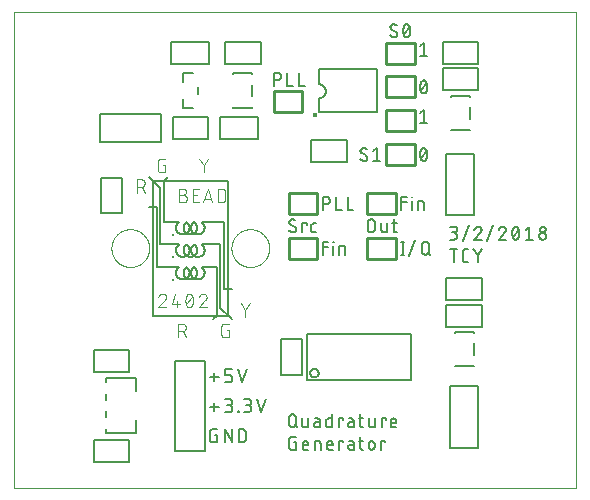
<source format=gto>
G75*
%MOIN*%
%OFA0B0*%
%FSLAX25Y25*%
%IPPOS*%
%LPD*%
%AMOC8*
5,1,8,0,0,1.08239X$1,22.5*
%
%ADD10C,0.00000*%
%ADD11C,0.00700*%
%ADD12C,0.00500*%
%ADD13C,0.01575*%
%ADD14C,0.00400*%
%ADD15C,0.01250*%
%ADD16C,0.01000*%
D10*
X0064100Y0007333D02*
X0064100Y0166034D01*
X0251521Y0166034D01*
X0251521Y0007333D01*
X0064100Y0007333D01*
X0096551Y0087333D02*
X0096553Y0087491D01*
X0096559Y0087649D01*
X0096569Y0087807D01*
X0096583Y0087965D01*
X0096601Y0088122D01*
X0096622Y0088279D01*
X0096648Y0088435D01*
X0096678Y0088591D01*
X0096711Y0088746D01*
X0096749Y0088899D01*
X0096790Y0089052D01*
X0096835Y0089204D01*
X0096884Y0089355D01*
X0096937Y0089504D01*
X0096993Y0089652D01*
X0097053Y0089798D01*
X0097117Y0089943D01*
X0097185Y0090086D01*
X0097256Y0090228D01*
X0097330Y0090368D01*
X0097408Y0090505D01*
X0097490Y0090641D01*
X0097574Y0090775D01*
X0097663Y0090906D01*
X0097754Y0091035D01*
X0097849Y0091162D01*
X0097946Y0091287D01*
X0098047Y0091409D01*
X0098151Y0091528D01*
X0098258Y0091645D01*
X0098368Y0091759D01*
X0098481Y0091870D01*
X0098596Y0091979D01*
X0098714Y0092084D01*
X0098835Y0092186D01*
X0098958Y0092286D01*
X0099084Y0092382D01*
X0099212Y0092475D01*
X0099342Y0092565D01*
X0099475Y0092651D01*
X0099610Y0092735D01*
X0099746Y0092814D01*
X0099885Y0092891D01*
X0100026Y0092963D01*
X0100168Y0093033D01*
X0100312Y0093098D01*
X0100458Y0093160D01*
X0100605Y0093218D01*
X0100754Y0093273D01*
X0100904Y0093324D01*
X0101055Y0093371D01*
X0101207Y0093414D01*
X0101360Y0093453D01*
X0101515Y0093489D01*
X0101670Y0093520D01*
X0101826Y0093548D01*
X0101982Y0093572D01*
X0102139Y0093592D01*
X0102297Y0093608D01*
X0102454Y0093620D01*
X0102613Y0093628D01*
X0102771Y0093632D01*
X0102929Y0093632D01*
X0103087Y0093628D01*
X0103246Y0093620D01*
X0103403Y0093608D01*
X0103561Y0093592D01*
X0103718Y0093572D01*
X0103874Y0093548D01*
X0104030Y0093520D01*
X0104185Y0093489D01*
X0104340Y0093453D01*
X0104493Y0093414D01*
X0104645Y0093371D01*
X0104796Y0093324D01*
X0104946Y0093273D01*
X0105095Y0093218D01*
X0105242Y0093160D01*
X0105388Y0093098D01*
X0105532Y0093033D01*
X0105674Y0092963D01*
X0105815Y0092891D01*
X0105954Y0092814D01*
X0106090Y0092735D01*
X0106225Y0092651D01*
X0106358Y0092565D01*
X0106488Y0092475D01*
X0106616Y0092382D01*
X0106742Y0092286D01*
X0106865Y0092186D01*
X0106986Y0092084D01*
X0107104Y0091979D01*
X0107219Y0091870D01*
X0107332Y0091759D01*
X0107442Y0091645D01*
X0107549Y0091528D01*
X0107653Y0091409D01*
X0107754Y0091287D01*
X0107851Y0091162D01*
X0107946Y0091035D01*
X0108037Y0090906D01*
X0108126Y0090775D01*
X0108210Y0090641D01*
X0108292Y0090505D01*
X0108370Y0090368D01*
X0108444Y0090228D01*
X0108515Y0090086D01*
X0108583Y0089943D01*
X0108647Y0089798D01*
X0108707Y0089652D01*
X0108763Y0089504D01*
X0108816Y0089355D01*
X0108865Y0089204D01*
X0108910Y0089052D01*
X0108951Y0088899D01*
X0108989Y0088746D01*
X0109022Y0088591D01*
X0109052Y0088435D01*
X0109078Y0088279D01*
X0109099Y0088122D01*
X0109117Y0087965D01*
X0109131Y0087807D01*
X0109141Y0087649D01*
X0109147Y0087491D01*
X0109149Y0087333D01*
X0109147Y0087175D01*
X0109141Y0087017D01*
X0109131Y0086859D01*
X0109117Y0086701D01*
X0109099Y0086544D01*
X0109078Y0086387D01*
X0109052Y0086231D01*
X0109022Y0086075D01*
X0108989Y0085920D01*
X0108951Y0085767D01*
X0108910Y0085614D01*
X0108865Y0085462D01*
X0108816Y0085311D01*
X0108763Y0085162D01*
X0108707Y0085014D01*
X0108647Y0084868D01*
X0108583Y0084723D01*
X0108515Y0084580D01*
X0108444Y0084438D01*
X0108370Y0084298D01*
X0108292Y0084161D01*
X0108210Y0084025D01*
X0108126Y0083891D01*
X0108037Y0083760D01*
X0107946Y0083631D01*
X0107851Y0083504D01*
X0107754Y0083379D01*
X0107653Y0083257D01*
X0107549Y0083138D01*
X0107442Y0083021D01*
X0107332Y0082907D01*
X0107219Y0082796D01*
X0107104Y0082687D01*
X0106986Y0082582D01*
X0106865Y0082480D01*
X0106742Y0082380D01*
X0106616Y0082284D01*
X0106488Y0082191D01*
X0106358Y0082101D01*
X0106225Y0082015D01*
X0106090Y0081931D01*
X0105954Y0081852D01*
X0105815Y0081775D01*
X0105674Y0081703D01*
X0105532Y0081633D01*
X0105388Y0081568D01*
X0105242Y0081506D01*
X0105095Y0081448D01*
X0104946Y0081393D01*
X0104796Y0081342D01*
X0104645Y0081295D01*
X0104493Y0081252D01*
X0104340Y0081213D01*
X0104185Y0081177D01*
X0104030Y0081146D01*
X0103874Y0081118D01*
X0103718Y0081094D01*
X0103561Y0081074D01*
X0103403Y0081058D01*
X0103246Y0081046D01*
X0103087Y0081038D01*
X0102929Y0081034D01*
X0102771Y0081034D01*
X0102613Y0081038D01*
X0102454Y0081046D01*
X0102297Y0081058D01*
X0102139Y0081074D01*
X0101982Y0081094D01*
X0101826Y0081118D01*
X0101670Y0081146D01*
X0101515Y0081177D01*
X0101360Y0081213D01*
X0101207Y0081252D01*
X0101055Y0081295D01*
X0100904Y0081342D01*
X0100754Y0081393D01*
X0100605Y0081448D01*
X0100458Y0081506D01*
X0100312Y0081568D01*
X0100168Y0081633D01*
X0100026Y0081703D01*
X0099885Y0081775D01*
X0099746Y0081852D01*
X0099610Y0081931D01*
X0099475Y0082015D01*
X0099342Y0082101D01*
X0099212Y0082191D01*
X0099084Y0082284D01*
X0098958Y0082380D01*
X0098835Y0082480D01*
X0098714Y0082582D01*
X0098596Y0082687D01*
X0098481Y0082796D01*
X0098368Y0082907D01*
X0098258Y0083021D01*
X0098151Y0083138D01*
X0098047Y0083257D01*
X0097946Y0083379D01*
X0097849Y0083504D01*
X0097754Y0083631D01*
X0097663Y0083760D01*
X0097574Y0083891D01*
X0097490Y0084025D01*
X0097408Y0084161D01*
X0097330Y0084298D01*
X0097256Y0084438D01*
X0097185Y0084580D01*
X0097117Y0084723D01*
X0097053Y0084868D01*
X0096993Y0085014D01*
X0096937Y0085162D01*
X0096884Y0085311D01*
X0096835Y0085462D01*
X0096790Y0085614D01*
X0096749Y0085767D01*
X0096711Y0085920D01*
X0096678Y0086075D01*
X0096648Y0086231D01*
X0096622Y0086387D01*
X0096601Y0086544D01*
X0096583Y0086701D01*
X0096569Y0086859D01*
X0096559Y0087017D01*
X0096553Y0087175D01*
X0096551Y0087333D01*
X0136551Y0087333D02*
X0136553Y0087491D01*
X0136559Y0087649D01*
X0136569Y0087807D01*
X0136583Y0087965D01*
X0136601Y0088122D01*
X0136622Y0088279D01*
X0136648Y0088435D01*
X0136678Y0088591D01*
X0136711Y0088746D01*
X0136749Y0088899D01*
X0136790Y0089052D01*
X0136835Y0089204D01*
X0136884Y0089355D01*
X0136937Y0089504D01*
X0136993Y0089652D01*
X0137053Y0089798D01*
X0137117Y0089943D01*
X0137185Y0090086D01*
X0137256Y0090228D01*
X0137330Y0090368D01*
X0137408Y0090505D01*
X0137490Y0090641D01*
X0137574Y0090775D01*
X0137663Y0090906D01*
X0137754Y0091035D01*
X0137849Y0091162D01*
X0137946Y0091287D01*
X0138047Y0091409D01*
X0138151Y0091528D01*
X0138258Y0091645D01*
X0138368Y0091759D01*
X0138481Y0091870D01*
X0138596Y0091979D01*
X0138714Y0092084D01*
X0138835Y0092186D01*
X0138958Y0092286D01*
X0139084Y0092382D01*
X0139212Y0092475D01*
X0139342Y0092565D01*
X0139475Y0092651D01*
X0139610Y0092735D01*
X0139746Y0092814D01*
X0139885Y0092891D01*
X0140026Y0092963D01*
X0140168Y0093033D01*
X0140312Y0093098D01*
X0140458Y0093160D01*
X0140605Y0093218D01*
X0140754Y0093273D01*
X0140904Y0093324D01*
X0141055Y0093371D01*
X0141207Y0093414D01*
X0141360Y0093453D01*
X0141515Y0093489D01*
X0141670Y0093520D01*
X0141826Y0093548D01*
X0141982Y0093572D01*
X0142139Y0093592D01*
X0142297Y0093608D01*
X0142454Y0093620D01*
X0142613Y0093628D01*
X0142771Y0093632D01*
X0142929Y0093632D01*
X0143087Y0093628D01*
X0143246Y0093620D01*
X0143403Y0093608D01*
X0143561Y0093592D01*
X0143718Y0093572D01*
X0143874Y0093548D01*
X0144030Y0093520D01*
X0144185Y0093489D01*
X0144340Y0093453D01*
X0144493Y0093414D01*
X0144645Y0093371D01*
X0144796Y0093324D01*
X0144946Y0093273D01*
X0145095Y0093218D01*
X0145242Y0093160D01*
X0145388Y0093098D01*
X0145532Y0093033D01*
X0145674Y0092963D01*
X0145815Y0092891D01*
X0145954Y0092814D01*
X0146090Y0092735D01*
X0146225Y0092651D01*
X0146358Y0092565D01*
X0146488Y0092475D01*
X0146616Y0092382D01*
X0146742Y0092286D01*
X0146865Y0092186D01*
X0146986Y0092084D01*
X0147104Y0091979D01*
X0147219Y0091870D01*
X0147332Y0091759D01*
X0147442Y0091645D01*
X0147549Y0091528D01*
X0147653Y0091409D01*
X0147754Y0091287D01*
X0147851Y0091162D01*
X0147946Y0091035D01*
X0148037Y0090906D01*
X0148126Y0090775D01*
X0148210Y0090641D01*
X0148292Y0090505D01*
X0148370Y0090368D01*
X0148444Y0090228D01*
X0148515Y0090086D01*
X0148583Y0089943D01*
X0148647Y0089798D01*
X0148707Y0089652D01*
X0148763Y0089504D01*
X0148816Y0089355D01*
X0148865Y0089204D01*
X0148910Y0089052D01*
X0148951Y0088899D01*
X0148989Y0088746D01*
X0149022Y0088591D01*
X0149052Y0088435D01*
X0149078Y0088279D01*
X0149099Y0088122D01*
X0149117Y0087965D01*
X0149131Y0087807D01*
X0149141Y0087649D01*
X0149147Y0087491D01*
X0149149Y0087333D01*
X0149147Y0087175D01*
X0149141Y0087017D01*
X0149131Y0086859D01*
X0149117Y0086701D01*
X0149099Y0086544D01*
X0149078Y0086387D01*
X0149052Y0086231D01*
X0149022Y0086075D01*
X0148989Y0085920D01*
X0148951Y0085767D01*
X0148910Y0085614D01*
X0148865Y0085462D01*
X0148816Y0085311D01*
X0148763Y0085162D01*
X0148707Y0085014D01*
X0148647Y0084868D01*
X0148583Y0084723D01*
X0148515Y0084580D01*
X0148444Y0084438D01*
X0148370Y0084298D01*
X0148292Y0084161D01*
X0148210Y0084025D01*
X0148126Y0083891D01*
X0148037Y0083760D01*
X0147946Y0083631D01*
X0147851Y0083504D01*
X0147754Y0083379D01*
X0147653Y0083257D01*
X0147549Y0083138D01*
X0147442Y0083021D01*
X0147332Y0082907D01*
X0147219Y0082796D01*
X0147104Y0082687D01*
X0146986Y0082582D01*
X0146865Y0082480D01*
X0146742Y0082380D01*
X0146616Y0082284D01*
X0146488Y0082191D01*
X0146358Y0082101D01*
X0146225Y0082015D01*
X0146090Y0081931D01*
X0145954Y0081852D01*
X0145815Y0081775D01*
X0145674Y0081703D01*
X0145532Y0081633D01*
X0145388Y0081568D01*
X0145242Y0081506D01*
X0145095Y0081448D01*
X0144946Y0081393D01*
X0144796Y0081342D01*
X0144645Y0081295D01*
X0144493Y0081252D01*
X0144340Y0081213D01*
X0144185Y0081177D01*
X0144030Y0081146D01*
X0143874Y0081118D01*
X0143718Y0081094D01*
X0143561Y0081074D01*
X0143403Y0081058D01*
X0143246Y0081046D01*
X0143087Y0081038D01*
X0142929Y0081034D01*
X0142771Y0081034D01*
X0142613Y0081038D01*
X0142454Y0081046D01*
X0142297Y0081058D01*
X0142139Y0081074D01*
X0141982Y0081094D01*
X0141826Y0081118D01*
X0141670Y0081146D01*
X0141515Y0081177D01*
X0141360Y0081213D01*
X0141207Y0081252D01*
X0141055Y0081295D01*
X0140904Y0081342D01*
X0140754Y0081393D01*
X0140605Y0081448D01*
X0140458Y0081506D01*
X0140312Y0081568D01*
X0140168Y0081633D01*
X0140026Y0081703D01*
X0139885Y0081775D01*
X0139746Y0081852D01*
X0139610Y0081931D01*
X0139475Y0082015D01*
X0139342Y0082101D01*
X0139212Y0082191D01*
X0139084Y0082284D01*
X0138958Y0082380D01*
X0138835Y0082480D01*
X0138714Y0082582D01*
X0138596Y0082687D01*
X0138481Y0082796D01*
X0138368Y0082907D01*
X0138258Y0083021D01*
X0138151Y0083138D01*
X0138047Y0083257D01*
X0137946Y0083379D01*
X0137849Y0083504D01*
X0137754Y0083631D01*
X0137663Y0083760D01*
X0137574Y0083891D01*
X0137490Y0084025D01*
X0137408Y0084161D01*
X0137330Y0084298D01*
X0137256Y0084438D01*
X0137185Y0084580D01*
X0137117Y0084723D01*
X0137053Y0084868D01*
X0136993Y0085014D01*
X0136937Y0085162D01*
X0136884Y0085311D01*
X0136835Y0085462D01*
X0136790Y0085614D01*
X0136749Y0085767D01*
X0136711Y0085920D01*
X0136678Y0086075D01*
X0136648Y0086231D01*
X0136622Y0086387D01*
X0136601Y0086544D01*
X0136583Y0086701D01*
X0136569Y0086859D01*
X0136559Y0087017D01*
X0136553Y0087175D01*
X0136551Y0087333D01*
D11*
X0156297Y0095192D02*
X0157611Y0094475D01*
X0157133Y0092683D02*
X0157044Y0092685D01*
X0156956Y0092691D01*
X0156868Y0092700D01*
X0156781Y0092714D01*
X0156694Y0092731D01*
X0156608Y0092753D01*
X0156523Y0092777D01*
X0156439Y0092806D01*
X0156356Y0092838D01*
X0156275Y0092874D01*
X0156196Y0092914D01*
X0156119Y0092956D01*
X0156043Y0093002D01*
X0155970Y0093052D01*
X0155898Y0093105D01*
X0155829Y0093160D01*
X0155763Y0093219D01*
X0155699Y0093280D01*
X0157610Y0094475D02*
X0157661Y0094443D01*
X0157709Y0094408D01*
X0157754Y0094371D01*
X0157798Y0094331D01*
X0157839Y0094288D01*
X0157877Y0094243D01*
X0157913Y0094195D01*
X0157945Y0094146D01*
X0157974Y0094094D01*
X0158001Y0094041D01*
X0158024Y0093987D01*
X0158043Y0093931D01*
X0158059Y0093874D01*
X0158072Y0093816D01*
X0158081Y0093757D01*
X0158086Y0093698D01*
X0158088Y0093639D01*
X0158089Y0093639D02*
X0158087Y0093579D01*
X0158081Y0093519D01*
X0158072Y0093460D01*
X0158059Y0093401D01*
X0158042Y0093344D01*
X0158022Y0093287D01*
X0157998Y0093232D01*
X0157971Y0093178D01*
X0157940Y0093127D01*
X0157906Y0093077D01*
X0157870Y0093030D01*
X0157830Y0092985D01*
X0157787Y0092942D01*
X0157742Y0092902D01*
X0157695Y0092866D01*
X0157645Y0092832D01*
X0157594Y0092801D01*
X0157540Y0092774D01*
X0157485Y0092750D01*
X0157428Y0092730D01*
X0157371Y0092713D01*
X0157312Y0092700D01*
X0157253Y0092691D01*
X0157193Y0092685D01*
X0157133Y0092683D01*
X0157850Y0096626D02*
X0157783Y0096673D01*
X0157714Y0096718D01*
X0157643Y0096760D01*
X0157570Y0096798D01*
X0157495Y0096833D01*
X0157419Y0096864D01*
X0157342Y0096892D01*
X0157263Y0096916D01*
X0157183Y0096937D01*
X0157103Y0096954D01*
X0157021Y0096967D01*
X0156940Y0096976D01*
X0156857Y0096982D01*
X0156775Y0096984D01*
X0156715Y0096982D01*
X0156655Y0096976D01*
X0156596Y0096967D01*
X0156537Y0096954D01*
X0156480Y0096937D01*
X0156423Y0096917D01*
X0156368Y0096893D01*
X0156314Y0096866D01*
X0156263Y0096835D01*
X0156213Y0096801D01*
X0156166Y0096765D01*
X0156121Y0096725D01*
X0156078Y0096682D01*
X0156038Y0096637D01*
X0156002Y0096590D01*
X0155968Y0096540D01*
X0155937Y0096489D01*
X0155910Y0096435D01*
X0155886Y0096380D01*
X0155866Y0096323D01*
X0155849Y0096266D01*
X0155836Y0096207D01*
X0155827Y0096148D01*
X0155821Y0096088D01*
X0155819Y0096028D01*
X0155820Y0096028D02*
X0155822Y0095969D01*
X0155827Y0095910D01*
X0155836Y0095851D01*
X0155849Y0095793D01*
X0155865Y0095736D01*
X0155884Y0095680D01*
X0155907Y0095626D01*
X0155934Y0095573D01*
X0155963Y0095521D01*
X0155995Y0095472D01*
X0156031Y0095424D01*
X0156069Y0095379D01*
X0156110Y0095336D01*
X0156154Y0095296D01*
X0156199Y0095259D01*
X0156247Y0095224D01*
X0156298Y0095192D01*
X0160175Y0095550D02*
X0160175Y0092683D01*
X0161608Y0095072D02*
X0161608Y0095550D01*
X0160175Y0095550D01*
X0163146Y0094833D02*
X0163146Y0093400D01*
X0163148Y0093349D01*
X0163153Y0093298D01*
X0163162Y0093248D01*
X0163175Y0093198D01*
X0163191Y0093149D01*
X0163211Y0093102D01*
X0163234Y0093056D01*
X0163260Y0093012D01*
X0163289Y0092970D01*
X0163321Y0092930D01*
X0163356Y0092893D01*
X0163393Y0092858D01*
X0163433Y0092826D01*
X0163475Y0092797D01*
X0163519Y0092771D01*
X0163565Y0092748D01*
X0163612Y0092728D01*
X0163661Y0092712D01*
X0163711Y0092699D01*
X0163761Y0092690D01*
X0163812Y0092685D01*
X0163863Y0092683D01*
X0164818Y0092683D01*
X0163146Y0094833D02*
X0163148Y0094884D01*
X0163153Y0094935D01*
X0163162Y0094985D01*
X0163175Y0095035D01*
X0163191Y0095084D01*
X0163211Y0095131D01*
X0163234Y0095177D01*
X0163260Y0095221D01*
X0163289Y0095263D01*
X0163321Y0095303D01*
X0163356Y0095340D01*
X0163393Y0095375D01*
X0163433Y0095407D01*
X0163475Y0095436D01*
X0163519Y0095462D01*
X0163565Y0095485D01*
X0163612Y0095505D01*
X0163661Y0095521D01*
X0163711Y0095534D01*
X0163761Y0095543D01*
X0163812Y0095548D01*
X0163863Y0095550D01*
X0164818Y0095550D01*
X0166950Y0100183D02*
X0166950Y0104483D01*
X0168144Y0104483D01*
X0168212Y0104481D01*
X0168280Y0104475D01*
X0168348Y0104466D01*
X0168414Y0104452D01*
X0168480Y0104435D01*
X0168545Y0104414D01*
X0168609Y0104389D01*
X0168671Y0104360D01*
X0168731Y0104329D01*
X0168790Y0104293D01*
X0168846Y0104255D01*
X0168900Y0104213D01*
X0168951Y0104169D01*
X0169000Y0104121D01*
X0169046Y0104071D01*
X0169090Y0104018D01*
X0169130Y0103963D01*
X0169166Y0103906D01*
X0169200Y0103846D01*
X0169230Y0103785D01*
X0169257Y0103722D01*
X0169280Y0103658D01*
X0169299Y0103593D01*
X0169314Y0103526D01*
X0169326Y0103459D01*
X0169334Y0103391D01*
X0169338Y0103323D01*
X0169338Y0103255D01*
X0169334Y0103187D01*
X0169326Y0103119D01*
X0169314Y0103052D01*
X0169299Y0102985D01*
X0169280Y0102920D01*
X0169257Y0102856D01*
X0169230Y0102793D01*
X0169200Y0102732D01*
X0169166Y0102672D01*
X0169130Y0102615D01*
X0169090Y0102560D01*
X0169046Y0102507D01*
X0169000Y0102457D01*
X0168951Y0102409D01*
X0168900Y0102365D01*
X0168846Y0102323D01*
X0168790Y0102285D01*
X0168731Y0102249D01*
X0168671Y0102218D01*
X0168609Y0102189D01*
X0168545Y0102164D01*
X0168480Y0102143D01*
X0168414Y0102126D01*
X0168348Y0102112D01*
X0168280Y0102103D01*
X0168212Y0102097D01*
X0168144Y0102095D01*
X0168144Y0102094D02*
X0166950Y0102094D01*
X0171371Y0100183D02*
X0171371Y0104483D01*
X0175271Y0104483D02*
X0175271Y0100183D01*
X0177182Y0100183D01*
X0173282Y0100183D02*
X0171371Y0100183D01*
X0181950Y0095789D02*
X0181950Y0093878D01*
X0181952Y0093810D01*
X0181958Y0093742D01*
X0181967Y0093674D01*
X0181981Y0093608D01*
X0181998Y0093542D01*
X0182019Y0093477D01*
X0182044Y0093413D01*
X0182073Y0093351D01*
X0182104Y0093291D01*
X0182140Y0093232D01*
X0182178Y0093176D01*
X0182220Y0093122D01*
X0182264Y0093071D01*
X0182312Y0093022D01*
X0182362Y0092976D01*
X0182415Y0092932D01*
X0182470Y0092892D01*
X0182527Y0092856D01*
X0182587Y0092822D01*
X0182648Y0092792D01*
X0182711Y0092765D01*
X0182775Y0092742D01*
X0182840Y0092723D01*
X0182907Y0092708D01*
X0182974Y0092696D01*
X0183042Y0092688D01*
X0183110Y0092684D01*
X0183178Y0092684D01*
X0183246Y0092688D01*
X0183314Y0092696D01*
X0183381Y0092708D01*
X0183448Y0092723D01*
X0183513Y0092742D01*
X0183577Y0092765D01*
X0183640Y0092792D01*
X0183701Y0092822D01*
X0183761Y0092856D01*
X0183818Y0092892D01*
X0183873Y0092932D01*
X0183926Y0092976D01*
X0183976Y0093022D01*
X0184024Y0093071D01*
X0184068Y0093122D01*
X0184110Y0093176D01*
X0184148Y0093232D01*
X0184184Y0093291D01*
X0184215Y0093351D01*
X0184244Y0093413D01*
X0184269Y0093477D01*
X0184290Y0093542D01*
X0184307Y0093608D01*
X0184321Y0093674D01*
X0184330Y0093742D01*
X0184336Y0093810D01*
X0184338Y0093878D01*
X0184339Y0093878D02*
X0184339Y0095789D01*
X0184338Y0095789D02*
X0184336Y0095857D01*
X0184330Y0095925D01*
X0184321Y0095993D01*
X0184307Y0096059D01*
X0184290Y0096125D01*
X0184269Y0096190D01*
X0184244Y0096254D01*
X0184215Y0096316D01*
X0184184Y0096376D01*
X0184148Y0096435D01*
X0184110Y0096491D01*
X0184068Y0096545D01*
X0184024Y0096596D01*
X0183976Y0096645D01*
X0183926Y0096691D01*
X0183873Y0096735D01*
X0183818Y0096775D01*
X0183761Y0096811D01*
X0183701Y0096845D01*
X0183640Y0096875D01*
X0183577Y0096902D01*
X0183513Y0096925D01*
X0183448Y0096944D01*
X0183381Y0096959D01*
X0183314Y0096971D01*
X0183246Y0096979D01*
X0183178Y0096983D01*
X0183110Y0096983D01*
X0183042Y0096979D01*
X0182974Y0096971D01*
X0182907Y0096959D01*
X0182840Y0096944D01*
X0182775Y0096925D01*
X0182711Y0096902D01*
X0182648Y0096875D01*
X0182587Y0096845D01*
X0182527Y0096811D01*
X0182470Y0096775D01*
X0182415Y0096735D01*
X0182362Y0096691D01*
X0182312Y0096645D01*
X0182264Y0096596D01*
X0182220Y0096545D01*
X0182178Y0096491D01*
X0182140Y0096435D01*
X0182104Y0096376D01*
X0182073Y0096316D01*
X0182044Y0096254D01*
X0182019Y0096190D01*
X0181998Y0096125D01*
X0181981Y0096059D01*
X0181967Y0095993D01*
X0181958Y0095925D01*
X0181952Y0095857D01*
X0181950Y0095789D01*
X0186539Y0095550D02*
X0186539Y0093400D01*
X0186541Y0093349D01*
X0186546Y0093298D01*
X0186555Y0093248D01*
X0186568Y0093198D01*
X0186584Y0093149D01*
X0186604Y0093102D01*
X0186627Y0093056D01*
X0186653Y0093012D01*
X0186682Y0092970D01*
X0186714Y0092930D01*
X0186749Y0092893D01*
X0186786Y0092858D01*
X0186826Y0092826D01*
X0186868Y0092797D01*
X0186912Y0092771D01*
X0186958Y0092748D01*
X0187005Y0092728D01*
X0187054Y0092712D01*
X0187104Y0092699D01*
X0187154Y0092690D01*
X0187205Y0092685D01*
X0187256Y0092683D01*
X0188450Y0092683D01*
X0188450Y0095550D01*
X0190178Y0095550D02*
X0191611Y0095550D01*
X0190656Y0096983D02*
X0190656Y0093400D01*
X0190655Y0093400D02*
X0190657Y0093349D01*
X0190662Y0093298D01*
X0190671Y0093248D01*
X0190684Y0093198D01*
X0190700Y0093149D01*
X0190720Y0093102D01*
X0190743Y0093056D01*
X0190769Y0093012D01*
X0190798Y0092970D01*
X0190830Y0092930D01*
X0190865Y0092893D01*
X0190902Y0092858D01*
X0190942Y0092826D01*
X0190984Y0092797D01*
X0191028Y0092771D01*
X0191074Y0092748D01*
X0191121Y0092728D01*
X0191170Y0092712D01*
X0191220Y0092699D01*
X0191270Y0092690D01*
X0191321Y0092685D01*
X0191372Y0092683D01*
X0191611Y0092683D01*
X0193200Y0089483D02*
X0194156Y0089483D01*
X0193678Y0089483D02*
X0193678Y0085183D01*
X0193200Y0085183D02*
X0194156Y0085183D01*
X0195872Y0084705D02*
X0197783Y0089961D01*
X0200044Y0088289D02*
X0200044Y0086378D01*
X0200045Y0086378D02*
X0200047Y0086310D01*
X0200053Y0086242D01*
X0200062Y0086174D01*
X0200076Y0086108D01*
X0200093Y0086042D01*
X0200114Y0085977D01*
X0200139Y0085913D01*
X0200168Y0085851D01*
X0200199Y0085791D01*
X0200235Y0085732D01*
X0200273Y0085676D01*
X0200315Y0085622D01*
X0200359Y0085571D01*
X0200407Y0085522D01*
X0200457Y0085476D01*
X0200510Y0085432D01*
X0200565Y0085392D01*
X0200622Y0085356D01*
X0200682Y0085322D01*
X0200743Y0085292D01*
X0200806Y0085265D01*
X0200870Y0085242D01*
X0200935Y0085223D01*
X0201002Y0085208D01*
X0201069Y0085196D01*
X0201137Y0085188D01*
X0201205Y0085184D01*
X0201273Y0085184D01*
X0201341Y0085188D01*
X0201409Y0085196D01*
X0201476Y0085208D01*
X0201543Y0085223D01*
X0201608Y0085242D01*
X0201672Y0085265D01*
X0201735Y0085292D01*
X0201796Y0085322D01*
X0201856Y0085356D01*
X0201913Y0085392D01*
X0201968Y0085432D01*
X0202021Y0085476D01*
X0202071Y0085522D01*
X0202119Y0085571D01*
X0202163Y0085622D01*
X0202205Y0085676D01*
X0202243Y0085732D01*
X0202279Y0085791D01*
X0202310Y0085851D01*
X0202339Y0085913D01*
X0202364Y0085977D01*
X0202385Y0086042D01*
X0202402Y0086108D01*
X0202416Y0086174D01*
X0202425Y0086242D01*
X0202431Y0086310D01*
X0202433Y0086378D01*
X0202433Y0088289D01*
X0202431Y0088357D01*
X0202425Y0088425D01*
X0202416Y0088493D01*
X0202402Y0088559D01*
X0202385Y0088625D01*
X0202364Y0088690D01*
X0202339Y0088754D01*
X0202310Y0088816D01*
X0202279Y0088876D01*
X0202243Y0088935D01*
X0202205Y0088991D01*
X0202163Y0089045D01*
X0202119Y0089096D01*
X0202071Y0089145D01*
X0202021Y0089191D01*
X0201968Y0089235D01*
X0201913Y0089275D01*
X0201856Y0089311D01*
X0201796Y0089345D01*
X0201735Y0089375D01*
X0201672Y0089402D01*
X0201608Y0089425D01*
X0201543Y0089444D01*
X0201476Y0089459D01*
X0201409Y0089471D01*
X0201341Y0089479D01*
X0201273Y0089483D01*
X0201205Y0089483D01*
X0201137Y0089479D01*
X0201069Y0089471D01*
X0201002Y0089459D01*
X0200935Y0089444D01*
X0200870Y0089425D01*
X0200806Y0089402D01*
X0200743Y0089375D01*
X0200682Y0089345D01*
X0200622Y0089311D01*
X0200565Y0089275D01*
X0200510Y0089235D01*
X0200457Y0089191D01*
X0200407Y0089145D01*
X0200359Y0089096D01*
X0200315Y0089045D01*
X0200273Y0088991D01*
X0200235Y0088935D01*
X0200199Y0088876D01*
X0200168Y0088816D01*
X0200139Y0088754D01*
X0200114Y0088690D01*
X0200093Y0088625D01*
X0200076Y0088559D01*
X0200062Y0088493D01*
X0200053Y0088425D01*
X0200047Y0088357D01*
X0200045Y0088289D01*
X0201956Y0086139D02*
X0202911Y0085183D01*
X0209450Y0086983D02*
X0211839Y0086983D01*
X0210644Y0086983D02*
X0210644Y0082683D01*
X0213632Y0083639D02*
X0213632Y0086028D01*
X0213634Y0086088D01*
X0213640Y0086148D01*
X0213649Y0086207D01*
X0213662Y0086266D01*
X0213679Y0086323D01*
X0213699Y0086380D01*
X0213723Y0086435D01*
X0213750Y0086489D01*
X0213781Y0086540D01*
X0213815Y0086590D01*
X0213851Y0086637D01*
X0213891Y0086682D01*
X0213934Y0086725D01*
X0213979Y0086765D01*
X0214026Y0086801D01*
X0214076Y0086835D01*
X0214127Y0086866D01*
X0214181Y0086893D01*
X0214236Y0086917D01*
X0214293Y0086937D01*
X0214350Y0086954D01*
X0214409Y0086967D01*
X0214468Y0086976D01*
X0214528Y0086982D01*
X0214588Y0086984D01*
X0214588Y0086983D02*
X0215543Y0086983D01*
X0217161Y0086983D02*
X0218594Y0084953D01*
X0218594Y0082683D01*
X0215543Y0082683D02*
X0214588Y0082683D01*
X0214528Y0082685D01*
X0214468Y0082691D01*
X0214409Y0082700D01*
X0214350Y0082713D01*
X0214293Y0082730D01*
X0214236Y0082750D01*
X0214181Y0082774D01*
X0214127Y0082801D01*
X0214076Y0082832D01*
X0214026Y0082866D01*
X0213979Y0082902D01*
X0213934Y0082942D01*
X0213891Y0082985D01*
X0213851Y0083030D01*
X0213815Y0083077D01*
X0213781Y0083127D01*
X0213750Y0083178D01*
X0213723Y0083232D01*
X0213699Y0083287D01*
X0213679Y0083344D01*
X0213662Y0083401D01*
X0213649Y0083460D01*
X0213640Y0083519D01*
X0213634Y0083579D01*
X0213632Y0083639D01*
X0218594Y0084953D02*
X0220028Y0086983D01*
X0219939Y0090183D02*
X0217550Y0090183D01*
X0219581Y0092572D01*
X0218864Y0094483D02*
X0218792Y0094481D01*
X0218720Y0094475D01*
X0218648Y0094466D01*
X0218577Y0094453D01*
X0218506Y0094436D01*
X0218437Y0094415D01*
X0218369Y0094391D01*
X0218302Y0094363D01*
X0218237Y0094332D01*
X0218173Y0094298D01*
X0218111Y0094260D01*
X0218052Y0094219D01*
X0217994Y0094175D01*
X0217939Y0094128D01*
X0217887Y0094078D01*
X0217837Y0094025D01*
X0217790Y0093970D01*
X0217746Y0093913D01*
X0217705Y0093853D01*
X0217667Y0093792D01*
X0217633Y0093728D01*
X0217602Y0093663D01*
X0217574Y0093596D01*
X0217550Y0093527D01*
X0219581Y0092572D02*
X0219628Y0092619D01*
X0219672Y0092669D01*
X0219713Y0092722D01*
X0219751Y0092777D01*
X0219786Y0092834D01*
X0219818Y0092892D01*
X0219846Y0092953D01*
X0219870Y0093015D01*
X0219891Y0093079D01*
X0219908Y0093143D01*
X0219922Y0093209D01*
X0219931Y0093275D01*
X0219937Y0093341D01*
X0219939Y0093408D01*
X0219937Y0093471D01*
X0219932Y0093533D01*
X0219923Y0093595D01*
X0219910Y0093656D01*
X0219894Y0093716D01*
X0219874Y0093776D01*
X0219851Y0093834D01*
X0219825Y0093890D01*
X0219795Y0093946D01*
X0219762Y0093999D01*
X0219726Y0094050D01*
X0219687Y0094099D01*
X0219646Y0094146D01*
X0219602Y0094190D01*
X0219555Y0094231D01*
X0219506Y0094270D01*
X0219455Y0094306D01*
X0219402Y0094339D01*
X0219346Y0094369D01*
X0219290Y0094395D01*
X0219232Y0094418D01*
X0219172Y0094438D01*
X0219112Y0094454D01*
X0219051Y0094467D01*
X0218989Y0094476D01*
X0218927Y0094481D01*
X0218864Y0094483D01*
X0215650Y0094961D02*
X0213739Y0089705D01*
X0210644Y0090183D02*
X0209450Y0090183D01*
X0210644Y0090184D02*
X0210712Y0090186D01*
X0210780Y0090192D01*
X0210848Y0090201D01*
X0210914Y0090215D01*
X0210980Y0090232D01*
X0211045Y0090253D01*
X0211109Y0090278D01*
X0211171Y0090307D01*
X0211231Y0090338D01*
X0211290Y0090374D01*
X0211346Y0090412D01*
X0211400Y0090454D01*
X0211451Y0090498D01*
X0211500Y0090546D01*
X0211546Y0090596D01*
X0211590Y0090649D01*
X0211630Y0090704D01*
X0211666Y0090761D01*
X0211700Y0090821D01*
X0211730Y0090882D01*
X0211757Y0090945D01*
X0211780Y0091009D01*
X0211799Y0091074D01*
X0211814Y0091141D01*
X0211826Y0091208D01*
X0211834Y0091276D01*
X0211838Y0091344D01*
X0211838Y0091412D01*
X0211834Y0091480D01*
X0211826Y0091548D01*
X0211814Y0091615D01*
X0211799Y0091682D01*
X0211780Y0091747D01*
X0211757Y0091811D01*
X0211730Y0091874D01*
X0211700Y0091935D01*
X0211666Y0091995D01*
X0211630Y0092052D01*
X0211590Y0092107D01*
X0211546Y0092160D01*
X0211500Y0092210D01*
X0211451Y0092258D01*
X0211400Y0092302D01*
X0211346Y0092344D01*
X0211290Y0092382D01*
X0211231Y0092418D01*
X0211171Y0092449D01*
X0211109Y0092478D01*
X0211045Y0092503D01*
X0210980Y0092524D01*
X0210914Y0092541D01*
X0210848Y0092555D01*
X0210780Y0092564D01*
X0210712Y0092570D01*
X0210644Y0092572D01*
X0210883Y0092572D02*
X0209928Y0092572D01*
X0210883Y0092572D02*
X0210943Y0092574D01*
X0211003Y0092580D01*
X0211062Y0092589D01*
X0211121Y0092602D01*
X0211178Y0092619D01*
X0211235Y0092639D01*
X0211290Y0092663D01*
X0211344Y0092690D01*
X0211395Y0092721D01*
X0211445Y0092755D01*
X0211492Y0092791D01*
X0211537Y0092831D01*
X0211580Y0092874D01*
X0211620Y0092919D01*
X0211656Y0092966D01*
X0211690Y0093016D01*
X0211721Y0093067D01*
X0211748Y0093121D01*
X0211772Y0093176D01*
X0211792Y0093233D01*
X0211809Y0093290D01*
X0211822Y0093349D01*
X0211831Y0093408D01*
X0211837Y0093468D01*
X0211839Y0093528D01*
X0211837Y0093588D01*
X0211831Y0093648D01*
X0211822Y0093707D01*
X0211809Y0093766D01*
X0211792Y0093823D01*
X0211772Y0093880D01*
X0211748Y0093935D01*
X0211721Y0093989D01*
X0211690Y0094040D01*
X0211656Y0094090D01*
X0211620Y0094137D01*
X0211580Y0094182D01*
X0211537Y0094225D01*
X0211492Y0094265D01*
X0211445Y0094301D01*
X0211395Y0094335D01*
X0211344Y0094366D01*
X0211290Y0094393D01*
X0211235Y0094417D01*
X0211178Y0094437D01*
X0211121Y0094454D01*
X0211062Y0094467D01*
X0211003Y0094476D01*
X0210943Y0094482D01*
X0210883Y0094484D01*
X0210883Y0094483D02*
X0209450Y0094483D01*
X0200738Y0100183D02*
X0200738Y0102333D01*
X0200736Y0102384D01*
X0200731Y0102435D01*
X0200722Y0102485D01*
X0200709Y0102535D01*
X0200693Y0102584D01*
X0200673Y0102631D01*
X0200650Y0102677D01*
X0200624Y0102721D01*
X0200595Y0102763D01*
X0200563Y0102803D01*
X0200528Y0102840D01*
X0200491Y0102875D01*
X0200451Y0102907D01*
X0200409Y0102936D01*
X0200365Y0102962D01*
X0200319Y0102985D01*
X0200272Y0103005D01*
X0200223Y0103021D01*
X0200173Y0103034D01*
X0200123Y0103043D01*
X0200072Y0103048D01*
X0200021Y0103050D01*
X0198827Y0103050D01*
X0198827Y0100183D01*
X0196782Y0100183D02*
X0196782Y0103050D01*
X0196663Y0104244D02*
X0196902Y0104244D01*
X0196902Y0104483D01*
X0196663Y0104483D01*
X0196663Y0104244D01*
X0195111Y0104483D02*
X0193200Y0104483D01*
X0193200Y0100183D01*
X0193200Y0102572D02*
X0195111Y0102572D01*
X0199689Y0117389D02*
X0201600Y0119778D01*
X0201480Y0120136D02*
X0201460Y0120190D01*
X0201436Y0120242D01*
X0201408Y0120293D01*
X0201378Y0120342D01*
X0201344Y0120389D01*
X0201307Y0120433D01*
X0201268Y0120475D01*
X0201226Y0120515D01*
X0201181Y0120551D01*
X0201134Y0120585D01*
X0201085Y0120615D01*
X0201034Y0120642D01*
X0200982Y0120666D01*
X0200927Y0120686D01*
X0200872Y0120703D01*
X0200816Y0120716D01*
X0200759Y0120725D01*
X0200702Y0120731D01*
X0200644Y0120733D01*
X0200586Y0120731D01*
X0200529Y0120725D01*
X0200472Y0120716D01*
X0200416Y0120703D01*
X0200361Y0120686D01*
X0200306Y0120666D01*
X0200254Y0120642D01*
X0200203Y0120615D01*
X0200154Y0120585D01*
X0200107Y0120551D01*
X0200062Y0120515D01*
X0200020Y0120475D01*
X0199981Y0120433D01*
X0199944Y0120389D01*
X0199910Y0120342D01*
X0199880Y0120293D01*
X0199852Y0120242D01*
X0199828Y0120190D01*
X0199808Y0120136D01*
X0201480Y0120136D02*
X0201528Y0120032D01*
X0201574Y0119926D01*
X0201615Y0119819D01*
X0201654Y0119711D01*
X0201688Y0119602D01*
X0201720Y0119491D01*
X0201747Y0119380D01*
X0201771Y0119267D01*
X0201792Y0119154D01*
X0201808Y0119041D01*
X0201821Y0118927D01*
X0201831Y0118812D01*
X0201836Y0118698D01*
X0201838Y0118583D01*
X0199450Y0118583D02*
X0199452Y0118698D01*
X0199457Y0118812D01*
X0199467Y0118927D01*
X0199480Y0119041D01*
X0199496Y0119154D01*
X0199517Y0119267D01*
X0199541Y0119380D01*
X0199568Y0119491D01*
X0199600Y0119602D01*
X0199634Y0119711D01*
X0199673Y0119819D01*
X0199714Y0119926D01*
X0199760Y0120032D01*
X0199808Y0120136D01*
X0201839Y0118583D02*
X0201837Y0118468D01*
X0201832Y0118354D01*
X0201822Y0118239D01*
X0201809Y0118125D01*
X0201793Y0118011D01*
X0201772Y0117898D01*
X0201748Y0117786D01*
X0201721Y0117675D01*
X0201689Y0117564D01*
X0201655Y0117455D01*
X0201616Y0117347D01*
X0201575Y0117240D01*
X0201529Y0117134D01*
X0201481Y0117030D01*
X0201480Y0117030D02*
X0201460Y0116976D01*
X0201436Y0116924D01*
X0201408Y0116873D01*
X0201378Y0116824D01*
X0201344Y0116777D01*
X0201307Y0116733D01*
X0201268Y0116691D01*
X0201226Y0116651D01*
X0201181Y0116615D01*
X0201134Y0116581D01*
X0201085Y0116551D01*
X0201034Y0116524D01*
X0200982Y0116500D01*
X0200927Y0116480D01*
X0200872Y0116463D01*
X0200816Y0116450D01*
X0200759Y0116441D01*
X0200702Y0116435D01*
X0200644Y0116433D01*
X0200586Y0116435D01*
X0200529Y0116441D01*
X0200472Y0116450D01*
X0200416Y0116463D01*
X0200361Y0116480D01*
X0200306Y0116500D01*
X0200254Y0116524D01*
X0200203Y0116551D01*
X0200154Y0116581D01*
X0200107Y0116615D01*
X0200062Y0116651D01*
X0200020Y0116691D01*
X0199981Y0116733D01*
X0199944Y0116777D01*
X0199910Y0116824D01*
X0199880Y0116873D01*
X0199852Y0116924D01*
X0199828Y0116976D01*
X0199808Y0117030D01*
X0199760Y0117134D01*
X0199714Y0117240D01*
X0199673Y0117347D01*
X0199634Y0117455D01*
X0199600Y0117564D01*
X0199568Y0117675D01*
X0199541Y0117786D01*
X0199517Y0117898D01*
X0199496Y0118011D01*
X0199480Y0118125D01*
X0199467Y0118239D01*
X0199457Y0118354D01*
X0199452Y0118468D01*
X0199450Y0118583D01*
X0199450Y0128933D02*
X0201839Y0128933D01*
X0200644Y0128933D02*
X0200644Y0133233D01*
X0199450Y0132278D01*
X0199689Y0139889D02*
X0201600Y0142278D01*
X0201480Y0142636D02*
X0201460Y0142690D01*
X0201436Y0142742D01*
X0201408Y0142793D01*
X0201378Y0142842D01*
X0201344Y0142889D01*
X0201307Y0142933D01*
X0201268Y0142975D01*
X0201226Y0143015D01*
X0201181Y0143051D01*
X0201134Y0143085D01*
X0201085Y0143115D01*
X0201034Y0143142D01*
X0200982Y0143166D01*
X0200927Y0143186D01*
X0200872Y0143203D01*
X0200816Y0143216D01*
X0200759Y0143225D01*
X0200702Y0143231D01*
X0200644Y0143233D01*
X0200586Y0143231D01*
X0200529Y0143225D01*
X0200472Y0143216D01*
X0200416Y0143203D01*
X0200361Y0143186D01*
X0200306Y0143166D01*
X0200254Y0143142D01*
X0200203Y0143115D01*
X0200154Y0143085D01*
X0200107Y0143051D01*
X0200062Y0143015D01*
X0200020Y0142975D01*
X0199981Y0142933D01*
X0199944Y0142889D01*
X0199910Y0142842D01*
X0199880Y0142793D01*
X0199852Y0142742D01*
X0199828Y0142690D01*
X0199808Y0142636D01*
X0201480Y0142636D02*
X0201528Y0142532D01*
X0201574Y0142426D01*
X0201615Y0142319D01*
X0201654Y0142211D01*
X0201688Y0142102D01*
X0201720Y0141991D01*
X0201747Y0141880D01*
X0201771Y0141767D01*
X0201792Y0141654D01*
X0201808Y0141541D01*
X0201821Y0141427D01*
X0201831Y0141312D01*
X0201836Y0141198D01*
X0201838Y0141083D01*
X0199450Y0141083D02*
X0199452Y0141198D01*
X0199457Y0141312D01*
X0199467Y0141427D01*
X0199480Y0141541D01*
X0199496Y0141654D01*
X0199517Y0141767D01*
X0199541Y0141880D01*
X0199568Y0141991D01*
X0199600Y0142102D01*
X0199634Y0142211D01*
X0199673Y0142319D01*
X0199714Y0142426D01*
X0199760Y0142532D01*
X0199808Y0142636D01*
X0201839Y0141083D02*
X0201837Y0140968D01*
X0201832Y0140854D01*
X0201822Y0140739D01*
X0201809Y0140625D01*
X0201793Y0140511D01*
X0201772Y0140398D01*
X0201748Y0140286D01*
X0201721Y0140175D01*
X0201689Y0140064D01*
X0201655Y0139955D01*
X0201616Y0139847D01*
X0201575Y0139740D01*
X0201529Y0139634D01*
X0201481Y0139530D01*
X0201480Y0139530D02*
X0201460Y0139476D01*
X0201436Y0139424D01*
X0201408Y0139373D01*
X0201378Y0139324D01*
X0201344Y0139277D01*
X0201307Y0139233D01*
X0201268Y0139191D01*
X0201226Y0139151D01*
X0201181Y0139115D01*
X0201134Y0139081D01*
X0201085Y0139051D01*
X0201034Y0139024D01*
X0200982Y0139000D01*
X0200927Y0138980D01*
X0200872Y0138963D01*
X0200816Y0138950D01*
X0200759Y0138941D01*
X0200702Y0138935D01*
X0200644Y0138933D01*
X0200586Y0138935D01*
X0200529Y0138941D01*
X0200472Y0138950D01*
X0200416Y0138963D01*
X0200361Y0138980D01*
X0200306Y0139000D01*
X0200254Y0139024D01*
X0200203Y0139051D01*
X0200154Y0139081D01*
X0200107Y0139115D01*
X0200062Y0139151D01*
X0200020Y0139191D01*
X0199981Y0139233D01*
X0199944Y0139277D01*
X0199910Y0139324D01*
X0199880Y0139373D01*
X0199852Y0139424D01*
X0199828Y0139476D01*
X0199808Y0139530D01*
X0199760Y0139634D01*
X0199714Y0139740D01*
X0199673Y0139847D01*
X0199634Y0139955D01*
X0199600Y0140064D01*
X0199568Y0140175D01*
X0199541Y0140286D01*
X0199517Y0140398D01*
X0199496Y0140511D01*
X0199480Y0140625D01*
X0199467Y0140739D01*
X0199457Y0140854D01*
X0199452Y0140968D01*
X0199450Y0141083D01*
X0199450Y0151433D02*
X0201839Y0151433D01*
X0200644Y0151433D02*
X0200644Y0155733D01*
X0199450Y0154778D01*
X0194158Y0158280D02*
X0194110Y0158384D01*
X0194064Y0158490D01*
X0194023Y0158597D01*
X0193984Y0158705D01*
X0193950Y0158814D01*
X0193918Y0158925D01*
X0193891Y0159036D01*
X0193867Y0159148D01*
X0193846Y0159261D01*
X0193830Y0159375D01*
X0193817Y0159489D01*
X0193807Y0159604D01*
X0193802Y0159718D01*
X0193800Y0159833D01*
X0196188Y0159833D02*
X0196186Y0159948D01*
X0196181Y0160062D01*
X0196171Y0160177D01*
X0196158Y0160291D01*
X0196142Y0160404D01*
X0196121Y0160517D01*
X0196097Y0160630D01*
X0196070Y0160741D01*
X0196038Y0160852D01*
X0196004Y0160961D01*
X0195965Y0161069D01*
X0195924Y0161176D01*
X0195878Y0161282D01*
X0195830Y0161386D01*
X0195950Y0161028D02*
X0194039Y0158639D01*
X0194994Y0157683D02*
X0195052Y0157685D01*
X0195109Y0157691D01*
X0195166Y0157700D01*
X0195222Y0157713D01*
X0195277Y0157730D01*
X0195332Y0157750D01*
X0195384Y0157774D01*
X0195435Y0157801D01*
X0195484Y0157831D01*
X0195531Y0157865D01*
X0195576Y0157901D01*
X0195618Y0157941D01*
X0195657Y0157983D01*
X0195694Y0158027D01*
X0195728Y0158074D01*
X0195758Y0158123D01*
X0195786Y0158174D01*
X0195810Y0158226D01*
X0195830Y0158280D01*
X0194994Y0157683D02*
X0194936Y0157685D01*
X0194879Y0157691D01*
X0194822Y0157700D01*
X0194766Y0157713D01*
X0194711Y0157730D01*
X0194656Y0157750D01*
X0194604Y0157774D01*
X0194553Y0157801D01*
X0194504Y0157831D01*
X0194457Y0157865D01*
X0194412Y0157901D01*
X0194370Y0157941D01*
X0194331Y0157983D01*
X0194294Y0158027D01*
X0194260Y0158074D01*
X0194230Y0158123D01*
X0194202Y0158174D01*
X0194178Y0158226D01*
X0194158Y0158280D01*
X0195831Y0158280D02*
X0195879Y0158384D01*
X0195925Y0158490D01*
X0195966Y0158597D01*
X0196005Y0158705D01*
X0196039Y0158814D01*
X0196071Y0158925D01*
X0196098Y0159036D01*
X0196122Y0159148D01*
X0196143Y0159261D01*
X0196159Y0159375D01*
X0196172Y0159489D01*
X0196182Y0159604D01*
X0196187Y0159718D01*
X0196189Y0159833D01*
X0193800Y0159833D02*
X0193802Y0159948D01*
X0193807Y0160062D01*
X0193817Y0160177D01*
X0193830Y0160291D01*
X0193846Y0160404D01*
X0193867Y0160517D01*
X0193891Y0160630D01*
X0193918Y0160741D01*
X0193950Y0160852D01*
X0193984Y0160961D01*
X0194023Y0161069D01*
X0194064Y0161176D01*
X0194110Y0161282D01*
X0194158Y0161386D01*
X0194994Y0161983D02*
X0195052Y0161981D01*
X0195109Y0161975D01*
X0195166Y0161966D01*
X0195222Y0161953D01*
X0195277Y0161936D01*
X0195332Y0161916D01*
X0195384Y0161892D01*
X0195435Y0161865D01*
X0195484Y0161835D01*
X0195531Y0161801D01*
X0195576Y0161765D01*
X0195618Y0161725D01*
X0195657Y0161683D01*
X0195694Y0161639D01*
X0195728Y0161592D01*
X0195758Y0161543D01*
X0195786Y0161492D01*
X0195810Y0161440D01*
X0195830Y0161386D01*
X0194994Y0161983D02*
X0194936Y0161981D01*
X0194879Y0161975D01*
X0194822Y0161966D01*
X0194766Y0161953D01*
X0194711Y0161936D01*
X0194656Y0161916D01*
X0194604Y0161892D01*
X0194553Y0161865D01*
X0194504Y0161835D01*
X0194457Y0161801D01*
X0194412Y0161765D01*
X0194370Y0161725D01*
X0194331Y0161683D01*
X0194294Y0161639D01*
X0194260Y0161592D01*
X0194230Y0161543D01*
X0194202Y0161492D01*
X0194178Y0161440D01*
X0194158Y0161386D01*
X0191361Y0159475D02*
X0190047Y0160192D01*
X0190525Y0161984D02*
X0190607Y0161982D01*
X0190690Y0161976D01*
X0190771Y0161967D01*
X0190853Y0161954D01*
X0190933Y0161937D01*
X0191013Y0161916D01*
X0191092Y0161892D01*
X0191169Y0161864D01*
X0191245Y0161833D01*
X0191320Y0161798D01*
X0191393Y0161760D01*
X0191464Y0161718D01*
X0191533Y0161673D01*
X0191600Y0161626D01*
X0190048Y0160192D02*
X0189997Y0160224D01*
X0189949Y0160259D01*
X0189904Y0160296D01*
X0189860Y0160336D01*
X0189819Y0160379D01*
X0189781Y0160424D01*
X0189745Y0160472D01*
X0189713Y0160521D01*
X0189684Y0160573D01*
X0189657Y0160626D01*
X0189634Y0160680D01*
X0189615Y0160736D01*
X0189599Y0160793D01*
X0189586Y0160851D01*
X0189577Y0160910D01*
X0189572Y0160969D01*
X0189570Y0161028D01*
X0189569Y0161028D02*
X0189571Y0161088D01*
X0189577Y0161148D01*
X0189586Y0161207D01*
X0189599Y0161266D01*
X0189616Y0161323D01*
X0189636Y0161380D01*
X0189660Y0161435D01*
X0189687Y0161489D01*
X0189718Y0161540D01*
X0189752Y0161590D01*
X0189788Y0161637D01*
X0189828Y0161682D01*
X0189871Y0161725D01*
X0189916Y0161765D01*
X0189963Y0161801D01*
X0190013Y0161835D01*
X0190064Y0161866D01*
X0190118Y0161893D01*
X0190173Y0161917D01*
X0190230Y0161937D01*
X0190287Y0161954D01*
X0190346Y0161967D01*
X0190405Y0161976D01*
X0190465Y0161982D01*
X0190525Y0161984D01*
X0189449Y0158280D02*
X0189513Y0158219D01*
X0189579Y0158160D01*
X0189648Y0158105D01*
X0189720Y0158052D01*
X0189793Y0158002D01*
X0189869Y0157956D01*
X0189946Y0157914D01*
X0190025Y0157874D01*
X0190106Y0157838D01*
X0190189Y0157806D01*
X0190273Y0157777D01*
X0190358Y0157753D01*
X0190444Y0157731D01*
X0190531Y0157714D01*
X0190618Y0157700D01*
X0190706Y0157691D01*
X0190794Y0157685D01*
X0190883Y0157683D01*
X0190943Y0157685D01*
X0191003Y0157691D01*
X0191062Y0157700D01*
X0191121Y0157713D01*
X0191178Y0157730D01*
X0191235Y0157750D01*
X0191290Y0157774D01*
X0191344Y0157801D01*
X0191395Y0157832D01*
X0191445Y0157866D01*
X0191492Y0157902D01*
X0191537Y0157942D01*
X0191580Y0157985D01*
X0191620Y0158030D01*
X0191656Y0158077D01*
X0191690Y0158127D01*
X0191721Y0158178D01*
X0191748Y0158232D01*
X0191772Y0158287D01*
X0191792Y0158344D01*
X0191809Y0158401D01*
X0191822Y0158460D01*
X0191831Y0158519D01*
X0191837Y0158579D01*
X0191839Y0158639D01*
X0191838Y0158639D02*
X0191836Y0158698D01*
X0191831Y0158757D01*
X0191822Y0158816D01*
X0191809Y0158874D01*
X0191793Y0158931D01*
X0191774Y0158987D01*
X0191751Y0159041D01*
X0191724Y0159094D01*
X0191695Y0159146D01*
X0191663Y0159195D01*
X0191627Y0159243D01*
X0191589Y0159288D01*
X0191548Y0159331D01*
X0191504Y0159371D01*
X0191459Y0159408D01*
X0191411Y0159443D01*
X0191360Y0159475D01*
X0159021Y0145733D02*
X0159021Y0141433D01*
X0160932Y0141433D01*
X0157032Y0141433D02*
X0155121Y0141433D01*
X0155121Y0145733D01*
X0151894Y0145733D02*
X0150700Y0145733D01*
X0150700Y0141433D01*
X0150700Y0143344D02*
X0151894Y0143344D01*
X0151894Y0143345D02*
X0151962Y0143347D01*
X0152030Y0143353D01*
X0152098Y0143362D01*
X0152164Y0143376D01*
X0152230Y0143393D01*
X0152295Y0143414D01*
X0152359Y0143439D01*
X0152421Y0143468D01*
X0152481Y0143499D01*
X0152540Y0143535D01*
X0152596Y0143573D01*
X0152650Y0143615D01*
X0152701Y0143659D01*
X0152750Y0143707D01*
X0152796Y0143757D01*
X0152840Y0143810D01*
X0152880Y0143865D01*
X0152916Y0143922D01*
X0152950Y0143982D01*
X0152980Y0144043D01*
X0153007Y0144106D01*
X0153030Y0144170D01*
X0153049Y0144235D01*
X0153064Y0144302D01*
X0153076Y0144369D01*
X0153084Y0144437D01*
X0153088Y0144505D01*
X0153088Y0144573D01*
X0153084Y0144641D01*
X0153076Y0144709D01*
X0153064Y0144776D01*
X0153049Y0144843D01*
X0153030Y0144908D01*
X0153007Y0144972D01*
X0152980Y0145035D01*
X0152950Y0145096D01*
X0152916Y0145156D01*
X0152880Y0145213D01*
X0152840Y0145268D01*
X0152796Y0145321D01*
X0152750Y0145371D01*
X0152701Y0145419D01*
X0152650Y0145463D01*
X0152596Y0145505D01*
X0152540Y0145543D01*
X0152481Y0145579D01*
X0152421Y0145610D01*
X0152359Y0145639D01*
X0152295Y0145664D01*
X0152230Y0145685D01*
X0152164Y0145702D01*
X0152098Y0145716D01*
X0152030Y0145725D01*
X0151962Y0145731D01*
X0151894Y0145733D01*
X0179569Y0119778D02*
X0179571Y0119838D01*
X0179577Y0119898D01*
X0179586Y0119957D01*
X0179599Y0120016D01*
X0179616Y0120073D01*
X0179636Y0120130D01*
X0179660Y0120185D01*
X0179687Y0120239D01*
X0179718Y0120290D01*
X0179752Y0120340D01*
X0179788Y0120387D01*
X0179828Y0120432D01*
X0179871Y0120475D01*
X0179916Y0120515D01*
X0179963Y0120551D01*
X0180013Y0120585D01*
X0180064Y0120616D01*
X0180118Y0120643D01*
X0180173Y0120667D01*
X0180230Y0120687D01*
X0180287Y0120704D01*
X0180346Y0120717D01*
X0180405Y0120726D01*
X0180465Y0120732D01*
X0180525Y0120734D01*
X0179570Y0119778D02*
X0179572Y0119719D01*
X0179577Y0119660D01*
X0179586Y0119601D01*
X0179599Y0119543D01*
X0179615Y0119486D01*
X0179634Y0119430D01*
X0179657Y0119376D01*
X0179684Y0119323D01*
X0179713Y0119271D01*
X0179745Y0119222D01*
X0179781Y0119174D01*
X0179819Y0119129D01*
X0179860Y0119086D01*
X0179904Y0119046D01*
X0179949Y0119009D01*
X0179997Y0118974D01*
X0180048Y0118942D01*
X0180047Y0118942D02*
X0181361Y0118225D01*
X0180883Y0116433D02*
X0180794Y0116435D01*
X0180706Y0116441D01*
X0180618Y0116450D01*
X0180531Y0116464D01*
X0180444Y0116481D01*
X0180358Y0116503D01*
X0180273Y0116527D01*
X0180189Y0116556D01*
X0180106Y0116588D01*
X0180025Y0116624D01*
X0179946Y0116664D01*
X0179869Y0116706D01*
X0179793Y0116752D01*
X0179720Y0116802D01*
X0179648Y0116855D01*
X0179579Y0116910D01*
X0179513Y0116969D01*
X0179449Y0117030D01*
X0181360Y0118225D02*
X0181411Y0118193D01*
X0181459Y0118158D01*
X0181504Y0118121D01*
X0181548Y0118081D01*
X0181589Y0118038D01*
X0181627Y0117993D01*
X0181663Y0117945D01*
X0181695Y0117896D01*
X0181724Y0117844D01*
X0181751Y0117791D01*
X0181774Y0117737D01*
X0181793Y0117681D01*
X0181809Y0117624D01*
X0181822Y0117566D01*
X0181831Y0117507D01*
X0181836Y0117448D01*
X0181838Y0117389D01*
X0181839Y0117389D02*
X0181837Y0117329D01*
X0181831Y0117269D01*
X0181822Y0117210D01*
X0181809Y0117151D01*
X0181792Y0117094D01*
X0181772Y0117037D01*
X0181748Y0116982D01*
X0181721Y0116928D01*
X0181690Y0116877D01*
X0181656Y0116827D01*
X0181620Y0116780D01*
X0181580Y0116735D01*
X0181537Y0116692D01*
X0181492Y0116652D01*
X0181445Y0116616D01*
X0181395Y0116582D01*
X0181344Y0116551D01*
X0181290Y0116524D01*
X0181235Y0116500D01*
X0181178Y0116480D01*
X0181121Y0116463D01*
X0181062Y0116450D01*
X0181003Y0116441D01*
X0180943Y0116435D01*
X0180883Y0116433D01*
X0181600Y0120376D02*
X0181533Y0120423D01*
X0181464Y0120468D01*
X0181393Y0120510D01*
X0181320Y0120548D01*
X0181245Y0120583D01*
X0181169Y0120614D01*
X0181092Y0120642D01*
X0181013Y0120666D01*
X0180933Y0120687D01*
X0180853Y0120704D01*
X0180771Y0120717D01*
X0180690Y0120726D01*
X0180607Y0120732D01*
X0180525Y0120734D01*
X0183800Y0119778D02*
X0184994Y0120733D01*
X0184994Y0116433D01*
X0183800Y0116433D02*
X0186189Y0116433D01*
X0223750Y0094961D02*
X0221839Y0089705D01*
X0225650Y0090183D02*
X0228039Y0090183D01*
X0232181Y0090780D02*
X0232229Y0090884D01*
X0232275Y0090990D01*
X0232316Y0091097D01*
X0232355Y0091205D01*
X0232389Y0091314D01*
X0232421Y0091425D01*
X0232448Y0091536D01*
X0232472Y0091648D01*
X0232493Y0091761D01*
X0232509Y0091875D01*
X0232522Y0091989D01*
X0232532Y0092104D01*
X0232537Y0092218D01*
X0232539Y0092333D01*
X0230150Y0092333D02*
X0230152Y0092448D01*
X0230157Y0092562D01*
X0230167Y0092677D01*
X0230180Y0092791D01*
X0230196Y0092904D01*
X0230217Y0093017D01*
X0230241Y0093130D01*
X0230268Y0093241D01*
X0230300Y0093352D01*
X0230334Y0093461D01*
X0230373Y0093569D01*
X0230414Y0093676D01*
X0230460Y0093782D01*
X0230508Y0093886D01*
X0231344Y0094483D02*
X0231402Y0094481D01*
X0231459Y0094475D01*
X0231516Y0094466D01*
X0231572Y0094453D01*
X0231627Y0094436D01*
X0231682Y0094416D01*
X0231734Y0094392D01*
X0231785Y0094365D01*
X0231834Y0094335D01*
X0231881Y0094301D01*
X0231926Y0094265D01*
X0231968Y0094225D01*
X0232007Y0094183D01*
X0232044Y0094139D01*
X0232078Y0094092D01*
X0232108Y0094043D01*
X0232136Y0093992D01*
X0232160Y0093940D01*
X0232180Y0093886D01*
X0232300Y0093528D02*
X0230389Y0091139D01*
X0231344Y0090183D02*
X0231402Y0090185D01*
X0231459Y0090191D01*
X0231516Y0090200D01*
X0231572Y0090213D01*
X0231627Y0090230D01*
X0231682Y0090250D01*
X0231734Y0090274D01*
X0231785Y0090301D01*
X0231834Y0090331D01*
X0231881Y0090365D01*
X0231926Y0090401D01*
X0231968Y0090441D01*
X0232007Y0090483D01*
X0232044Y0090527D01*
X0232078Y0090574D01*
X0232108Y0090623D01*
X0232136Y0090674D01*
X0232160Y0090726D01*
X0232180Y0090780D01*
X0231344Y0090183D02*
X0231286Y0090185D01*
X0231229Y0090191D01*
X0231172Y0090200D01*
X0231116Y0090213D01*
X0231061Y0090230D01*
X0231006Y0090250D01*
X0230954Y0090274D01*
X0230903Y0090301D01*
X0230854Y0090331D01*
X0230807Y0090365D01*
X0230762Y0090401D01*
X0230720Y0090441D01*
X0230681Y0090483D01*
X0230644Y0090527D01*
X0230610Y0090574D01*
X0230580Y0090623D01*
X0230552Y0090674D01*
X0230528Y0090726D01*
X0230508Y0090780D01*
X0232538Y0092333D02*
X0232536Y0092448D01*
X0232531Y0092562D01*
X0232521Y0092677D01*
X0232508Y0092791D01*
X0232492Y0092904D01*
X0232471Y0093017D01*
X0232447Y0093130D01*
X0232420Y0093241D01*
X0232388Y0093352D01*
X0232354Y0093461D01*
X0232315Y0093569D01*
X0232274Y0093676D01*
X0232228Y0093782D01*
X0232180Y0093886D01*
X0231344Y0094483D02*
X0231286Y0094481D01*
X0231229Y0094475D01*
X0231172Y0094466D01*
X0231116Y0094453D01*
X0231061Y0094436D01*
X0231006Y0094416D01*
X0230954Y0094392D01*
X0230903Y0094365D01*
X0230854Y0094335D01*
X0230807Y0094301D01*
X0230762Y0094265D01*
X0230720Y0094225D01*
X0230681Y0094183D01*
X0230644Y0094139D01*
X0230610Y0094092D01*
X0230580Y0094043D01*
X0230552Y0093992D01*
X0230528Y0093940D01*
X0230508Y0093886D01*
X0227681Y0092572D02*
X0225650Y0090183D01*
X0225650Y0093527D02*
X0225674Y0093596D01*
X0225702Y0093663D01*
X0225733Y0093728D01*
X0225767Y0093792D01*
X0225805Y0093853D01*
X0225846Y0093913D01*
X0225890Y0093970D01*
X0225937Y0094025D01*
X0225987Y0094078D01*
X0226039Y0094128D01*
X0226094Y0094175D01*
X0226152Y0094219D01*
X0226211Y0094260D01*
X0226273Y0094298D01*
X0226337Y0094332D01*
X0226402Y0094363D01*
X0226469Y0094391D01*
X0226537Y0094415D01*
X0226606Y0094436D01*
X0226677Y0094453D01*
X0226748Y0094466D01*
X0226820Y0094475D01*
X0226892Y0094481D01*
X0226964Y0094483D01*
X0227027Y0094481D01*
X0227089Y0094476D01*
X0227151Y0094467D01*
X0227212Y0094454D01*
X0227272Y0094438D01*
X0227332Y0094418D01*
X0227390Y0094395D01*
X0227446Y0094369D01*
X0227502Y0094339D01*
X0227555Y0094306D01*
X0227606Y0094270D01*
X0227655Y0094231D01*
X0227702Y0094190D01*
X0227746Y0094146D01*
X0227787Y0094099D01*
X0227826Y0094050D01*
X0227862Y0093999D01*
X0227895Y0093946D01*
X0227925Y0093890D01*
X0227951Y0093834D01*
X0227974Y0093776D01*
X0227994Y0093716D01*
X0228010Y0093656D01*
X0228023Y0093595D01*
X0228032Y0093533D01*
X0228037Y0093471D01*
X0228039Y0093408D01*
X0228037Y0093341D01*
X0228031Y0093275D01*
X0228022Y0093209D01*
X0228008Y0093143D01*
X0227991Y0093079D01*
X0227970Y0093015D01*
X0227946Y0092953D01*
X0227918Y0092892D01*
X0227886Y0092834D01*
X0227851Y0092777D01*
X0227813Y0092722D01*
X0227772Y0092669D01*
X0227728Y0092619D01*
X0227681Y0092572D01*
X0230150Y0092333D02*
X0230152Y0092218D01*
X0230157Y0092104D01*
X0230167Y0091989D01*
X0230180Y0091875D01*
X0230196Y0091761D01*
X0230217Y0091648D01*
X0230241Y0091536D01*
X0230268Y0091425D01*
X0230300Y0091314D01*
X0230334Y0091205D01*
X0230373Y0091097D01*
X0230414Y0090990D01*
X0230460Y0090884D01*
X0230508Y0090780D01*
X0234650Y0090183D02*
X0237039Y0090183D01*
X0235844Y0090183D02*
X0235844Y0094483D01*
X0234650Y0093528D01*
X0239388Y0093528D02*
X0239390Y0093468D01*
X0239396Y0093408D01*
X0239405Y0093349D01*
X0239418Y0093290D01*
X0239435Y0093233D01*
X0239455Y0093176D01*
X0239479Y0093121D01*
X0239506Y0093067D01*
X0239537Y0093016D01*
X0239571Y0092966D01*
X0239607Y0092919D01*
X0239647Y0092874D01*
X0239690Y0092831D01*
X0239735Y0092791D01*
X0239782Y0092755D01*
X0239832Y0092721D01*
X0239883Y0092690D01*
X0239937Y0092663D01*
X0239992Y0092639D01*
X0240049Y0092619D01*
X0240106Y0092602D01*
X0240165Y0092589D01*
X0240224Y0092580D01*
X0240284Y0092574D01*
X0240344Y0092572D01*
X0240404Y0092574D01*
X0240464Y0092580D01*
X0240523Y0092589D01*
X0240582Y0092602D01*
X0240639Y0092619D01*
X0240696Y0092639D01*
X0240751Y0092663D01*
X0240805Y0092690D01*
X0240856Y0092721D01*
X0240906Y0092755D01*
X0240953Y0092791D01*
X0240998Y0092831D01*
X0241041Y0092874D01*
X0241081Y0092919D01*
X0241117Y0092966D01*
X0241151Y0093016D01*
X0241182Y0093067D01*
X0241209Y0093121D01*
X0241233Y0093176D01*
X0241253Y0093233D01*
X0241270Y0093290D01*
X0241283Y0093349D01*
X0241292Y0093408D01*
X0241298Y0093468D01*
X0241300Y0093528D01*
X0241298Y0093588D01*
X0241292Y0093648D01*
X0241283Y0093707D01*
X0241270Y0093766D01*
X0241253Y0093823D01*
X0241233Y0093880D01*
X0241209Y0093935D01*
X0241182Y0093989D01*
X0241151Y0094040D01*
X0241117Y0094090D01*
X0241081Y0094137D01*
X0241041Y0094182D01*
X0240998Y0094225D01*
X0240953Y0094265D01*
X0240906Y0094301D01*
X0240856Y0094335D01*
X0240805Y0094366D01*
X0240751Y0094393D01*
X0240696Y0094417D01*
X0240639Y0094437D01*
X0240582Y0094454D01*
X0240523Y0094467D01*
X0240464Y0094476D01*
X0240404Y0094482D01*
X0240344Y0094484D01*
X0240284Y0094482D01*
X0240224Y0094476D01*
X0240165Y0094467D01*
X0240106Y0094454D01*
X0240049Y0094437D01*
X0239992Y0094417D01*
X0239937Y0094393D01*
X0239883Y0094366D01*
X0239832Y0094335D01*
X0239782Y0094301D01*
X0239735Y0094265D01*
X0239690Y0094225D01*
X0239647Y0094182D01*
X0239607Y0094137D01*
X0239571Y0094090D01*
X0239537Y0094040D01*
X0239506Y0093989D01*
X0239479Y0093935D01*
X0239455Y0093880D01*
X0239435Y0093823D01*
X0239418Y0093766D01*
X0239405Y0093707D01*
X0239396Y0093648D01*
X0239390Y0093588D01*
X0239388Y0093528D01*
X0239150Y0091378D02*
X0239152Y0091310D01*
X0239158Y0091242D01*
X0239167Y0091174D01*
X0239181Y0091108D01*
X0239198Y0091042D01*
X0239219Y0090977D01*
X0239244Y0090913D01*
X0239273Y0090851D01*
X0239304Y0090791D01*
X0239340Y0090732D01*
X0239378Y0090676D01*
X0239420Y0090622D01*
X0239464Y0090571D01*
X0239512Y0090522D01*
X0239562Y0090476D01*
X0239615Y0090432D01*
X0239670Y0090392D01*
X0239727Y0090356D01*
X0239787Y0090322D01*
X0239848Y0090292D01*
X0239911Y0090265D01*
X0239975Y0090242D01*
X0240040Y0090223D01*
X0240107Y0090208D01*
X0240174Y0090196D01*
X0240242Y0090188D01*
X0240310Y0090184D01*
X0240378Y0090184D01*
X0240446Y0090188D01*
X0240514Y0090196D01*
X0240581Y0090208D01*
X0240648Y0090223D01*
X0240713Y0090242D01*
X0240777Y0090265D01*
X0240840Y0090292D01*
X0240901Y0090322D01*
X0240961Y0090356D01*
X0241018Y0090392D01*
X0241073Y0090432D01*
X0241126Y0090476D01*
X0241176Y0090522D01*
X0241224Y0090571D01*
X0241268Y0090622D01*
X0241310Y0090676D01*
X0241348Y0090732D01*
X0241384Y0090791D01*
X0241415Y0090851D01*
X0241444Y0090913D01*
X0241469Y0090977D01*
X0241490Y0091042D01*
X0241507Y0091108D01*
X0241521Y0091174D01*
X0241530Y0091242D01*
X0241536Y0091310D01*
X0241538Y0091378D01*
X0241536Y0091446D01*
X0241530Y0091514D01*
X0241521Y0091582D01*
X0241507Y0091648D01*
X0241490Y0091714D01*
X0241469Y0091779D01*
X0241444Y0091843D01*
X0241415Y0091905D01*
X0241384Y0091965D01*
X0241348Y0092024D01*
X0241310Y0092080D01*
X0241268Y0092134D01*
X0241224Y0092185D01*
X0241176Y0092234D01*
X0241126Y0092280D01*
X0241073Y0092324D01*
X0241018Y0092364D01*
X0240961Y0092400D01*
X0240901Y0092434D01*
X0240840Y0092464D01*
X0240777Y0092491D01*
X0240713Y0092514D01*
X0240648Y0092533D01*
X0240581Y0092548D01*
X0240514Y0092560D01*
X0240446Y0092568D01*
X0240378Y0092572D01*
X0240310Y0092572D01*
X0240242Y0092568D01*
X0240174Y0092560D01*
X0240107Y0092548D01*
X0240040Y0092533D01*
X0239975Y0092514D01*
X0239911Y0092491D01*
X0239848Y0092464D01*
X0239787Y0092434D01*
X0239727Y0092400D01*
X0239670Y0092364D01*
X0239615Y0092324D01*
X0239562Y0092280D01*
X0239512Y0092234D01*
X0239464Y0092185D01*
X0239420Y0092134D01*
X0239378Y0092080D01*
X0239340Y0092024D01*
X0239304Y0091965D01*
X0239273Y0091905D01*
X0239244Y0091843D01*
X0239219Y0091779D01*
X0239198Y0091714D01*
X0239181Y0091648D01*
X0239167Y0091582D01*
X0239158Y0091514D01*
X0239152Y0091446D01*
X0239150Y0091378D01*
X0174488Y0087333D02*
X0174488Y0085183D01*
X0172577Y0085183D02*
X0172577Y0088050D01*
X0173771Y0088050D01*
X0173822Y0088048D01*
X0173873Y0088043D01*
X0173923Y0088034D01*
X0173973Y0088021D01*
X0174022Y0088005D01*
X0174069Y0087985D01*
X0174115Y0087962D01*
X0174159Y0087936D01*
X0174201Y0087907D01*
X0174241Y0087875D01*
X0174278Y0087840D01*
X0174313Y0087803D01*
X0174345Y0087763D01*
X0174374Y0087721D01*
X0174400Y0087677D01*
X0174423Y0087631D01*
X0174443Y0087584D01*
X0174459Y0087535D01*
X0174472Y0087485D01*
X0174481Y0087435D01*
X0174486Y0087384D01*
X0174488Y0087333D01*
X0170532Y0088050D02*
X0170532Y0085183D01*
X0168861Y0087572D02*
X0166950Y0087572D01*
X0166950Y0089483D02*
X0166950Y0085183D01*
X0166950Y0089483D02*
X0168861Y0089483D01*
X0170413Y0089483D02*
X0170652Y0089483D01*
X0170652Y0089244D01*
X0170413Y0089244D01*
X0170413Y0089483D01*
X0141617Y0046983D02*
X0140183Y0042683D01*
X0138750Y0046983D01*
X0136878Y0046983D02*
X0134489Y0046983D01*
X0134489Y0045072D01*
X0135922Y0045072D01*
X0135922Y0045073D02*
X0135982Y0045071D01*
X0136042Y0045065D01*
X0136101Y0045056D01*
X0136160Y0045043D01*
X0136217Y0045026D01*
X0136274Y0045006D01*
X0136329Y0044982D01*
X0136383Y0044955D01*
X0136434Y0044924D01*
X0136484Y0044890D01*
X0136531Y0044854D01*
X0136576Y0044814D01*
X0136619Y0044771D01*
X0136659Y0044726D01*
X0136695Y0044679D01*
X0136729Y0044629D01*
X0136760Y0044578D01*
X0136787Y0044524D01*
X0136811Y0044469D01*
X0136831Y0044412D01*
X0136848Y0044355D01*
X0136861Y0044296D01*
X0136870Y0044237D01*
X0136876Y0044177D01*
X0136878Y0044117D01*
X0136878Y0043639D01*
X0136876Y0043579D01*
X0136870Y0043519D01*
X0136861Y0043460D01*
X0136848Y0043401D01*
X0136831Y0043344D01*
X0136811Y0043287D01*
X0136787Y0043232D01*
X0136760Y0043178D01*
X0136729Y0043127D01*
X0136695Y0043077D01*
X0136659Y0043030D01*
X0136619Y0042985D01*
X0136576Y0042942D01*
X0136531Y0042902D01*
X0136484Y0042866D01*
X0136434Y0042832D01*
X0136383Y0042801D01*
X0136329Y0042774D01*
X0136274Y0042750D01*
X0136217Y0042730D01*
X0136160Y0042713D01*
X0136101Y0042700D01*
X0136042Y0042691D01*
X0135982Y0042685D01*
X0135922Y0042683D01*
X0134489Y0042683D01*
X0132317Y0044355D02*
X0129450Y0044355D01*
X0130883Y0042922D02*
X0130883Y0045789D01*
X0134489Y0036983D02*
X0135922Y0036983D01*
X0135922Y0036984D02*
X0135982Y0036982D01*
X0136042Y0036976D01*
X0136101Y0036967D01*
X0136160Y0036954D01*
X0136217Y0036937D01*
X0136274Y0036917D01*
X0136329Y0036893D01*
X0136383Y0036866D01*
X0136434Y0036835D01*
X0136484Y0036801D01*
X0136531Y0036765D01*
X0136576Y0036725D01*
X0136619Y0036682D01*
X0136659Y0036637D01*
X0136695Y0036590D01*
X0136729Y0036540D01*
X0136760Y0036489D01*
X0136787Y0036435D01*
X0136811Y0036380D01*
X0136831Y0036323D01*
X0136848Y0036266D01*
X0136861Y0036207D01*
X0136870Y0036148D01*
X0136876Y0036088D01*
X0136878Y0036028D01*
X0136876Y0035968D01*
X0136870Y0035908D01*
X0136861Y0035849D01*
X0136848Y0035790D01*
X0136831Y0035733D01*
X0136811Y0035676D01*
X0136787Y0035621D01*
X0136760Y0035567D01*
X0136729Y0035516D01*
X0136695Y0035466D01*
X0136659Y0035419D01*
X0136619Y0035374D01*
X0136576Y0035331D01*
X0136531Y0035291D01*
X0136484Y0035255D01*
X0136434Y0035221D01*
X0136383Y0035190D01*
X0136329Y0035163D01*
X0136274Y0035139D01*
X0136217Y0035119D01*
X0136160Y0035102D01*
X0136101Y0035089D01*
X0136042Y0035080D01*
X0135982Y0035074D01*
X0135922Y0035072D01*
X0134967Y0035072D01*
X0135683Y0035072D02*
X0135751Y0035070D01*
X0135819Y0035064D01*
X0135887Y0035055D01*
X0135953Y0035041D01*
X0136019Y0035024D01*
X0136084Y0035003D01*
X0136148Y0034978D01*
X0136210Y0034949D01*
X0136270Y0034918D01*
X0136329Y0034882D01*
X0136385Y0034844D01*
X0136439Y0034802D01*
X0136490Y0034758D01*
X0136539Y0034710D01*
X0136585Y0034660D01*
X0136629Y0034607D01*
X0136669Y0034552D01*
X0136705Y0034495D01*
X0136739Y0034435D01*
X0136769Y0034374D01*
X0136796Y0034311D01*
X0136819Y0034247D01*
X0136838Y0034182D01*
X0136853Y0034115D01*
X0136865Y0034048D01*
X0136873Y0033980D01*
X0136877Y0033912D01*
X0136877Y0033844D01*
X0136873Y0033776D01*
X0136865Y0033708D01*
X0136853Y0033641D01*
X0136838Y0033574D01*
X0136819Y0033509D01*
X0136796Y0033445D01*
X0136769Y0033382D01*
X0136739Y0033321D01*
X0136705Y0033261D01*
X0136669Y0033204D01*
X0136629Y0033149D01*
X0136585Y0033096D01*
X0136539Y0033046D01*
X0136490Y0032998D01*
X0136439Y0032954D01*
X0136385Y0032912D01*
X0136329Y0032874D01*
X0136270Y0032838D01*
X0136210Y0032807D01*
X0136148Y0032778D01*
X0136084Y0032753D01*
X0136019Y0032732D01*
X0135953Y0032715D01*
X0135887Y0032701D01*
X0135819Y0032692D01*
X0135751Y0032686D01*
X0135683Y0032684D01*
X0135683Y0032683D02*
X0134489Y0032683D01*
X0132317Y0034355D02*
X0129450Y0034355D01*
X0130883Y0032922D02*
X0130883Y0035789D01*
X0138714Y0032922D02*
X0138714Y0032683D01*
X0138953Y0032683D01*
X0138953Y0032922D01*
X0138714Y0032922D01*
X0140789Y0032683D02*
X0141983Y0032683D01*
X0141983Y0032684D02*
X0142051Y0032686D01*
X0142119Y0032692D01*
X0142187Y0032701D01*
X0142253Y0032715D01*
X0142319Y0032732D01*
X0142384Y0032753D01*
X0142448Y0032778D01*
X0142510Y0032807D01*
X0142570Y0032838D01*
X0142629Y0032874D01*
X0142685Y0032912D01*
X0142739Y0032954D01*
X0142790Y0032998D01*
X0142839Y0033046D01*
X0142885Y0033096D01*
X0142929Y0033149D01*
X0142969Y0033204D01*
X0143005Y0033261D01*
X0143039Y0033321D01*
X0143069Y0033382D01*
X0143096Y0033445D01*
X0143119Y0033509D01*
X0143138Y0033574D01*
X0143153Y0033641D01*
X0143165Y0033708D01*
X0143173Y0033776D01*
X0143177Y0033844D01*
X0143177Y0033912D01*
X0143173Y0033980D01*
X0143165Y0034048D01*
X0143153Y0034115D01*
X0143138Y0034182D01*
X0143119Y0034247D01*
X0143096Y0034311D01*
X0143069Y0034374D01*
X0143039Y0034435D01*
X0143005Y0034495D01*
X0142969Y0034552D01*
X0142929Y0034607D01*
X0142885Y0034660D01*
X0142839Y0034710D01*
X0142790Y0034758D01*
X0142739Y0034802D01*
X0142685Y0034844D01*
X0142629Y0034882D01*
X0142570Y0034918D01*
X0142510Y0034949D01*
X0142448Y0034978D01*
X0142384Y0035003D01*
X0142319Y0035024D01*
X0142253Y0035041D01*
X0142187Y0035055D01*
X0142119Y0035064D01*
X0142051Y0035070D01*
X0141983Y0035072D01*
X0142222Y0035072D02*
X0141267Y0035072D01*
X0142222Y0035072D02*
X0142282Y0035074D01*
X0142342Y0035080D01*
X0142401Y0035089D01*
X0142460Y0035102D01*
X0142517Y0035119D01*
X0142574Y0035139D01*
X0142629Y0035163D01*
X0142683Y0035190D01*
X0142734Y0035221D01*
X0142784Y0035255D01*
X0142831Y0035291D01*
X0142876Y0035331D01*
X0142919Y0035374D01*
X0142959Y0035419D01*
X0142995Y0035466D01*
X0143029Y0035516D01*
X0143060Y0035567D01*
X0143087Y0035621D01*
X0143111Y0035676D01*
X0143131Y0035733D01*
X0143148Y0035790D01*
X0143161Y0035849D01*
X0143170Y0035908D01*
X0143176Y0035968D01*
X0143178Y0036028D01*
X0143176Y0036088D01*
X0143170Y0036148D01*
X0143161Y0036207D01*
X0143148Y0036266D01*
X0143131Y0036323D01*
X0143111Y0036380D01*
X0143087Y0036435D01*
X0143060Y0036489D01*
X0143029Y0036540D01*
X0142995Y0036590D01*
X0142959Y0036637D01*
X0142919Y0036682D01*
X0142876Y0036725D01*
X0142831Y0036765D01*
X0142784Y0036801D01*
X0142734Y0036835D01*
X0142683Y0036866D01*
X0142629Y0036893D01*
X0142574Y0036917D01*
X0142517Y0036937D01*
X0142460Y0036954D01*
X0142401Y0036967D01*
X0142342Y0036976D01*
X0142282Y0036982D01*
X0142222Y0036984D01*
X0142222Y0036983D02*
X0140789Y0036983D01*
X0145050Y0036983D02*
X0146483Y0032683D01*
X0147917Y0036983D01*
X0155700Y0030789D02*
X0155700Y0028878D01*
X0155702Y0028810D01*
X0155708Y0028742D01*
X0155717Y0028674D01*
X0155731Y0028608D01*
X0155748Y0028542D01*
X0155769Y0028477D01*
X0155794Y0028413D01*
X0155823Y0028351D01*
X0155854Y0028291D01*
X0155890Y0028232D01*
X0155928Y0028176D01*
X0155970Y0028122D01*
X0156014Y0028071D01*
X0156062Y0028022D01*
X0156112Y0027976D01*
X0156165Y0027932D01*
X0156220Y0027892D01*
X0156277Y0027856D01*
X0156337Y0027822D01*
X0156398Y0027792D01*
X0156461Y0027765D01*
X0156525Y0027742D01*
X0156590Y0027723D01*
X0156657Y0027708D01*
X0156724Y0027696D01*
X0156792Y0027688D01*
X0156860Y0027684D01*
X0156928Y0027684D01*
X0156996Y0027688D01*
X0157064Y0027696D01*
X0157131Y0027708D01*
X0157198Y0027723D01*
X0157263Y0027742D01*
X0157327Y0027765D01*
X0157390Y0027792D01*
X0157451Y0027822D01*
X0157511Y0027856D01*
X0157568Y0027892D01*
X0157623Y0027932D01*
X0157676Y0027976D01*
X0157726Y0028022D01*
X0157774Y0028071D01*
X0157818Y0028122D01*
X0157860Y0028176D01*
X0157898Y0028232D01*
X0157934Y0028291D01*
X0157965Y0028351D01*
X0157994Y0028413D01*
X0158019Y0028477D01*
X0158040Y0028542D01*
X0158057Y0028608D01*
X0158071Y0028674D01*
X0158080Y0028742D01*
X0158086Y0028810D01*
X0158088Y0028878D01*
X0158089Y0028878D02*
X0158089Y0030789D01*
X0158088Y0030789D02*
X0158086Y0030857D01*
X0158080Y0030925D01*
X0158071Y0030993D01*
X0158057Y0031059D01*
X0158040Y0031125D01*
X0158019Y0031190D01*
X0157994Y0031254D01*
X0157965Y0031316D01*
X0157934Y0031376D01*
X0157898Y0031435D01*
X0157860Y0031491D01*
X0157818Y0031545D01*
X0157774Y0031596D01*
X0157726Y0031645D01*
X0157676Y0031691D01*
X0157623Y0031735D01*
X0157568Y0031775D01*
X0157511Y0031811D01*
X0157451Y0031845D01*
X0157390Y0031875D01*
X0157327Y0031902D01*
X0157263Y0031925D01*
X0157198Y0031944D01*
X0157131Y0031959D01*
X0157064Y0031971D01*
X0156996Y0031979D01*
X0156928Y0031983D01*
X0156860Y0031983D01*
X0156792Y0031979D01*
X0156724Y0031971D01*
X0156657Y0031959D01*
X0156590Y0031944D01*
X0156525Y0031925D01*
X0156461Y0031902D01*
X0156398Y0031875D01*
X0156337Y0031845D01*
X0156277Y0031811D01*
X0156220Y0031775D01*
X0156165Y0031735D01*
X0156112Y0031691D01*
X0156062Y0031645D01*
X0156014Y0031596D01*
X0155970Y0031545D01*
X0155928Y0031491D01*
X0155890Y0031435D01*
X0155854Y0031376D01*
X0155823Y0031316D01*
X0155794Y0031254D01*
X0155769Y0031190D01*
X0155748Y0031125D01*
X0155731Y0031059D01*
X0155717Y0030993D01*
X0155708Y0030925D01*
X0155702Y0030857D01*
X0155700Y0030789D01*
X0157611Y0028639D02*
X0158567Y0027683D01*
X0160078Y0028400D02*
X0160078Y0030550D01*
X0161989Y0030550D02*
X0161989Y0027683D01*
X0160794Y0027683D01*
X0160743Y0027685D01*
X0160692Y0027690D01*
X0160642Y0027699D01*
X0160592Y0027712D01*
X0160543Y0027728D01*
X0160496Y0027748D01*
X0160450Y0027771D01*
X0160406Y0027797D01*
X0160364Y0027826D01*
X0160324Y0027858D01*
X0160287Y0027893D01*
X0160252Y0027930D01*
X0160220Y0027970D01*
X0160191Y0028012D01*
X0160165Y0028056D01*
X0160142Y0028102D01*
X0160122Y0028149D01*
X0160106Y0028198D01*
X0160093Y0028248D01*
X0160084Y0028298D01*
X0160079Y0028349D01*
X0160077Y0028400D01*
X0158089Y0024483D02*
X0156656Y0024483D01*
X0156656Y0024484D02*
X0156596Y0024482D01*
X0156536Y0024476D01*
X0156477Y0024467D01*
X0156418Y0024454D01*
X0156361Y0024437D01*
X0156304Y0024417D01*
X0156249Y0024393D01*
X0156195Y0024366D01*
X0156144Y0024335D01*
X0156094Y0024301D01*
X0156047Y0024265D01*
X0156002Y0024225D01*
X0155959Y0024182D01*
X0155919Y0024137D01*
X0155883Y0024090D01*
X0155849Y0024040D01*
X0155818Y0023989D01*
X0155791Y0023935D01*
X0155767Y0023880D01*
X0155747Y0023823D01*
X0155730Y0023766D01*
X0155717Y0023707D01*
X0155708Y0023648D01*
X0155702Y0023588D01*
X0155700Y0023528D01*
X0155700Y0021139D01*
X0155702Y0021079D01*
X0155708Y0021019D01*
X0155717Y0020960D01*
X0155730Y0020901D01*
X0155747Y0020844D01*
X0155767Y0020787D01*
X0155791Y0020732D01*
X0155818Y0020678D01*
X0155849Y0020627D01*
X0155883Y0020577D01*
X0155919Y0020530D01*
X0155959Y0020485D01*
X0156002Y0020442D01*
X0156047Y0020402D01*
X0156094Y0020366D01*
X0156144Y0020332D01*
X0156195Y0020301D01*
X0156249Y0020274D01*
X0156304Y0020250D01*
X0156361Y0020230D01*
X0156418Y0020213D01*
X0156477Y0020200D01*
X0156536Y0020191D01*
X0156596Y0020185D01*
X0156656Y0020183D01*
X0158089Y0020183D01*
X0158089Y0022572D01*
X0157372Y0022572D01*
X0160289Y0022094D02*
X0160289Y0020900D01*
X0160289Y0021617D02*
X0162200Y0021617D01*
X0162200Y0022094D01*
X0162198Y0022154D01*
X0162192Y0022214D01*
X0162183Y0022273D01*
X0162170Y0022332D01*
X0162153Y0022389D01*
X0162133Y0022446D01*
X0162109Y0022501D01*
X0162082Y0022555D01*
X0162051Y0022606D01*
X0162017Y0022656D01*
X0161981Y0022703D01*
X0161941Y0022748D01*
X0161898Y0022791D01*
X0161853Y0022831D01*
X0161806Y0022867D01*
X0161756Y0022901D01*
X0161705Y0022932D01*
X0161651Y0022959D01*
X0161596Y0022983D01*
X0161539Y0023003D01*
X0161482Y0023020D01*
X0161423Y0023033D01*
X0161364Y0023042D01*
X0161304Y0023048D01*
X0161244Y0023050D01*
X0161184Y0023048D01*
X0161124Y0023042D01*
X0161065Y0023033D01*
X0161006Y0023020D01*
X0160949Y0023003D01*
X0160892Y0022983D01*
X0160837Y0022959D01*
X0160783Y0022932D01*
X0160732Y0022901D01*
X0160682Y0022867D01*
X0160635Y0022831D01*
X0160590Y0022791D01*
X0160547Y0022748D01*
X0160507Y0022703D01*
X0160471Y0022656D01*
X0160437Y0022606D01*
X0160406Y0022555D01*
X0160379Y0022501D01*
X0160355Y0022446D01*
X0160335Y0022389D01*
X0160318Y0022332D01*
X0160305Y0022273D01*
X0160296Y0022214D01*
X0160290Y0022154D01*
X0160288Y0022094D01*
X0160289Y0020900D02*
X0160291Y0020849D01*
X0160296Y0020798D01*
X0160305Y0020748D01*
X0160318Y0020698D01*
X0160334Y0020649D01*
X0160354Y0020602D01*
X0160377Y0020556D01*
X0160403Y0020512D01*
X0160432Y0020470D01*
X0160464Y0020430D01*
X0160499Y0020393D01*
X0160536Y0020358D01*
X0160576Y0020326D01*
X0160618Y0020297D01*
X0160662Y0020271D01*
X0160708Y0020248D01*
X0160755Y0020228D01*
X0160804Y0020212D01*
X0160854Y0020199D01*
X0160904Y0020190D01*
X0160955Y0020185D01*
X0161006Y0020183D01*
X0162200Y0020183D01*
X0164339Y0020183D02*
X0164339Y0023050D01*
X0165533Y0023050D01*
X0165584Y0023048D01*
X0165635Y0023043D01*
X0165685Y0023034D01*
X0165735Y0023021D01*
X0165784Y0023005D01*
X0165831Y0022985D01*
X0165877Y0022962D01*
X0165921Y0022936D01*
X0165963Y0022907D01*
X0166003Y0022875D01*
X0166040Y0022840D01*
X0166075Y0022803D01*
X0166107Y0022763D01*
X0166136Y0022721D01*
X0166162Y0022677D01*
X0166185Y0022631D01*
X0166205Y0022584D01*
X0166221Y0022535D01*
X0166234Y0022485D01*
X0166243Y0022435D01*
X0166248Y0022384D01*
X0166250Y0022333D01*
X0166250Y0020183D01*
X0168389Y0020900D02*
X0168389Y0022094D01*
X0168389Y0021617D02*
X0170300Y0021617D01*
X0170300Y0022094D01*
X0170298Y0022154D01*
X0170292Y0022214D01*
X0170283Y0022273D01*
X0170270Y0022332D01*
X0170253Y0022389D01*
X0170233Y0022446D01*
X0170209Y0022501D01*
X0170182Y0022555D01*
X0170151Y0022606D01*
X0170117Y0022656D01*
X0170081Y0022703D01*
X0170041Y0022748D01*
X0169998Y0022791D01*
X0169953Y0022831D01*
X0169906Y0022867D01*
X0169856Y0022901D01*
X0169805Y0022932D01*
X0169751Y0022959D01*
X0169696Y0022983D01*
X0169639Y0023003D01*
X0169582Y0023020D01*
X0169523Y0023033D01*
X0169464Y0023042D01*
X0169404Y0023048D01*
X0169344Y0023050D01*
X0169284Y0023048D01*
X0169224Y0023042D01*
X0169165Y0023033D01*
X0169106Y0023020D01*
X0169049Y0023003D01*
X0168992Y0022983D01*
X0168937Y0022959D01*
X0168883Y0022932D01*
X0168832Y0022901D01*
X0168782Y0022867D01*
X0168735Y0022831D01*
X0168690Y0022791D01*
X0168647Y0022748D01*
X0168607Y0022703D01*
X0168571Y0022656D01*
X0168537Y0022606D01*
X0168506Y0022555D01*
X0168479Y0022501D01*
X0168455Y0022446D01*
X0168435Y0022389D01*
X0168418Y0022332D01*
X0168405Y0022273D01*
X0168396Y0022214D01*
X0168390Y0022154D01*
X0168388Y0022094D01*
X0168389Y0020900D02*
X0168391Y0020849D01*
X0168396Y0020798D01*
X0168405Y0020748D01*
X0168418Y0020698D01*
X0168434Y0020649D01*
X0168454Y0020602D01*
X0168477Y0020556D01*
X0168503Y0020512D01*
X0168532Y0020470D01*
X0168564Y0020430D01*
X0168599Y0020393D01*
X0168636Y0020358D01*
X0168676Y0020326D01*
X0168718Y0020297D01*
X0168762Y0020271D01*
X0168808Y0020248D01*
X0168855Y0020228D01*
X0168904Y0020212D01*
X0168954Y0020199D01*
X0169004Y0020190D01*
X0169055Y0020185D01*
X0169106Y0020183D01*
X0170300Y0020183D01*
X0172475Y0020183D02*
X0172475Y0023050D01*
X0173908Y0023050D01*
X0173908Y0022572D01*
X0175646Y0023050D02*
X0176601Y0023050D01*
X0176652Y0023048D01*
X0176703Y0023043D01*
X0176753Y0023034D01*
X0176803Y0023021D01*
X0176852Y0023005D01*
X0176899Y0022985D01*
X0176945Y0022962D01*
X0176989Y0022936D01*
X0177031Y0022907D01*
X0177071Y0022875D01*
X0177108Y0022840D01*
X0177143Y0022803D01*
X0177175Y0022763D01*
X0177204Y0022721D01*
X0177230Y0022677D01*
X0177253Y0022631D01*
X0177273Y0022584D01*
X0177289Y0022535D01*
X0177302Y0022485D01*
X0177311Y0022435D01*
X0177316Y0022384D01*
X0177318Y0022333D01*
X0177318Y0020183D01*
X0176243Y0020183D01*
X0176186Y0020185D01*
X0176129Y0020191D01*
X0176073Y0020200D01*
X0176017Y0020214D01*
X0175963Y0020231D01*
X0175910Y0020252D01*
X0175858Y0020277D01*
X0175809Y0020305D01*
X0175761Y0020336D01*
X0175715Y0020371D01*
X0175672Y0020408D01*
X0175632Y0020448D01*
X0175595Y0020491D01*
X0175560Y0020537D01*
X0175529Y0020585D01*
X0175501Y0020634D01*
X0175476Y0020686D01*
X0175455Y0020739D01*
X0175438Y0020793D01*
X0175424Y0020849D01*
X0175415Y0020905D01*
X0175409Y0020962D01*
X0175407Y0021019D01*
X0175409Y0021076D01*
X0175415Y0021133D01*
X0175424Y0021189D01*
X0175438Y0021245D01*
X0175455Y0021299D01*
X0175476Y0021352D01*
X0175501Y0021404D01*
X0175529Y0021453D01*
X0175560Y0021501D01*
X0175595Y0021547D01*
X0175632Y0021590D01*
X0175672Y0021630D01*
X0175715Y0021667D01*
X0175761Y0021702D01*
X0175809Y0021733D01*
X0175858Y0021761D01*
X0175910Y0021786D01*
X0175963Y0021807D01*
X0176017Y0021824D01*
X0176073Y0021838D01*
X0176129Y0021847D01*
X0176186Y0021853D01*
X0176243Y0021855D01*
X0177318Y0021855D01*
X0179078Y0023050D02*
X0180511Y0023050D01*
X0179555Y0024483D02*
X0179555Y0020900D01*
X0179557Y0020849D01*
X0179562Y0020798D01*
X0179571Y0020748D01*
X0179584Y0020698D01*
X0179600Y0020649D01*
X0179620Y0020602D01*
X0179643Y0020556D01*
X0179669Y0020512D01*
X0179698Y0020470D01*
X0179730Y0020430D01*
X0179765Y0020393D01*
X0179802Y0020358D01*
X0179842Y0020326D01*
X0179884Y0020297D01*
X0179928Y0020271D01*
X0179974Y0020248D01*
X0180021Y0020228D01*
X0180070Y0020212D01*
X0180120Y0020199D01*
X0180170Y0020190D01*
X0180221Y0020185D01*
X0180272Y0020183D01*
X0180511Y0020183D01*
X0182339Y0021139D02*
X0182339Y0022094D01*
X0182338Y0022094D02*
X0182340Y0022154D01*
X0182346Y0022214D01*
X0182355Y0022273D01*
X0182368Y0022332D01*
X0182385Y0022389D01*
X0182405Y0022446D01*
X0182429Y0022501D01*
X0182456Y0022555D01*
X0182487Y0022606D01*
X0182521Y0022656D01*
X0182557Y0022703D01*
X0182597Y0022748D01*
X0182640Y0022791D01*
X0182685Y0022831D01*
X0182732Y0022867D01*
X0182782Y0022901D01*
X0182833Y0022932D01*
X0182887Y0022959D01*
X0182942Y0022983D01*
X0182999Y0023003D01*
X0183056Y0023020D01*
X0183115Y0023033D01*
X0183174Y0023042D01*
X0183234Y0023048D01*
X0183294Y0023050D01*
X0183354Y0023048D01*
X0183414Y0023042D01*
X0183473Y0023033D01*
X0183532Y0023020D01*
X0183589Y0023003D01*
X0183646Y0022983D01*
X0183701Y0022959D01*
X0183755Y0022932D01*
X0183806Y0022901D01*
X0183856Y0022867D01*
X0183903Y0022831D01*
X0183948Y0022791D01*
X0183991Y0022748D01*
X0184031Y0022703D01*
X0184067Y0022656D01*
X0184101Y0022606D01*
X0184132Y0022555D01*
X0184159Y0022501D01*
X0184183Y0022446D01*
X0184203Y0022389D01*
X0184220Y0022332D01*
X0184233Y0022273D01*
X0184242Y0022214D01*
X0184248Y0022154D01*
X0184250Y0022094D01*
X0184250Y0021139D01*
X0184248Y0021079D01*
X0184242Y0021019D01*
X0184233Y0020960D01*
X0184220Y0020901D01*
X0184203Y0020844D01*
X0184183Y0020787D01*
X0184159Y0020732D01*
X0184132Y0020678D01*
X0184101Y0020627D01*
X0184067Y0020577D01*
X0184031Y0020530D01*
X0183991Y0020485D01*
X0183948Y0020442D01*
X0183903Y0020402D01*
X0183856Y0020366D01*
X0183806Y0020332D01*
X0183755Y0020301D01*
X0183701Y0020274D01*
X0183646Y0020250D01*
X0183589Y0020230D01*
X0183532Y0020213D01*
X0183473Y0020200D01*
X0183414Y0020191D01*
X0183354Y0020185D01*
X0183294Y0020183D01*
X0183234Y0020185D01*
X0183174Y0020191D01*
X0183115Y0020200D01*
X0183056Y0020213D01*
X0182999Y0020230D01*
X0182942Y0020250D01*
X0182887Y0020274D01*
X0182833Y0020301D01*
X0182782Y0020332D01*
X0182732Y0020366D01*
X0182685Y0020402D01*
X0182640Y0020442D01*
X0182597Y0020485D01*
X0182557Y0020530D01*
X0182521Y0020577D01*
X0182487Y0020627D01*
X0182456Y0020678D01*
X0182429Y0020732D01*
X0182405Y0020787D01*
X0182385Y0020844D01*
X0182368Y0020901D01*
X0182355Y0020960D01*
X0182346Y0021019D01*
X0182340Y0021079D01*
X0182338Y0021139D01*
X0186425Y0020183D02*
X0186425Y0023050D01*
X0187858Y0023050D01*
X0187858Y0022572D01*
X0186664Y0027683D02*
X0186664Y0030550D01*
X0188097Y0030550D01*
X0188097Y0030072D01*
X0189628Y0029594D02*
X0189628Y0028400D01*
X0189627Y0028400D02*
X0189629Y0028349D01*
X0189634Y0028298D01*
X0189643Y0028248D01*
X0189656Y0028198D01*
X0189672Y0028149D01*
X0189692Y0028102D01*
X0189715Y0028056D01*
X0189741Y0028012D01*
X0189770Y0027970D01*
X0189802Y0027930D01*
X0189837Y0027893D01*
X0189874Y0027858D01*
X0189914Y0027826D01*
X0189956Y0027797D01*
X0190000Y0027771D01*
X0190046Y0027748D01*
X0190093Y0027728D01*
X0190142Y0027712D01*
X0190192Y0027699D01*
X0190242Y0027690D01*
X0190293Y0027685D01*
X0190344Y0027683D01*
X0191539Y0027683D01*
X0191539Y0029117D02*
X0189628Y0029117D01*
X0189627Y0029594D02*
X0189629Y0029654D01*
X0189635Y0029714D01*
X0189644Y0029773D01*
X0189657Y0029832D01*
X0189674Y0029889D01*
X0189694Y0029946D01*
X0189718Y0030001D01*
X0189745Y0030055D01*
X0189776Y0030106D01*
X0189810Y0030156D01*
X0189846Y0030203D01*
X0189886Y0030248D01*
X0189929Y0030291D01*
X0189974Y0030331D01*
X0190021Y0030367D01*
X0190071Y0030401D01*
X0190122Y0030432D01*
X0190176Y0030459D01*
X0190231Y0030483D01*
X0190288Y0030503D01*
X0190345Y0030520D01*
X0190404Y0030533D01*
X0190463Y0030542D01*
X0190523Y0030548D01*
X0190583Y0030550D01*
X0190643Y0030548D01*
X0190703Y0030542D01*
X0190762Y0030533D01*
X0190821Y0030520D01*
X0190878Y0030503D01*
X0190935Y0030483D01*
X0190990Y0030459D01*
X0191044Y0030432D01*
X0191095Y0030401D01*
X0191145Y0030367D01*
X0191192Y0030331D01*
X0191237Y0030291D01*
X0191280Y0030248D01*
X0191320Y0030203D01*
X0191356Y0030156D01*
X0191390Y0030106D01*
X0191421Y0030055D01*
X0191448Y0030001D01*
X0191472Y0029946D01*
X0191492Y0029889D01*
X0191509Y0029832D01*
X0191522Y0029773D01*
X0191531Y0029714D01*
X0191537Y0029654D01*
X0191539Y0029594D01*
X0191539Y0029117D01*
X0184339Y0027683D02*
X0184339Y0030550D01*
X0182428Y0030550D02*
X0182428Y0028400D01*
X0182427Y0028400D02*
X0182429Y0028349D01*
X0182434Y0028298D01*
X0182443Y0028248D01*
X0182456Y0028198D01*
X0182472Y0028149D01*
X0182492Y0028102D01*
X0182515Y0028056D01*
X0182541Y0028012D01*
X0182570Y0027970D01*
X0182602Y0027930D01*
X0182637Y0027893D01*
X0182674Y0027858D01*
X0182714Y0027826D01*
X0182756Y0027797D01*
X0182800Y0027771D01*
X0182846Y0027748D01*
X0182893Y0027728D01*
X0182942Y0027712D01*
X0182992Y0027699D01*
X0183042Y0027690D01*
X0183093Y0027685D01*
X0183144Y0027683D01*
X0184339Y0027683D01*
X0180450Y0027683D02*
X0180211Y0027683D01*
X0180160Y0027685D01*
X0180109Y0027690D01*
X0180059Y0027699D01*
X0180009Y0027712D01*
X0179960Y0027728D01*
X0179913Y0027748D01*
X0179867Y0027771D01*
X0179823Y0027797D01*
X0179781Y0027826D01*
X0179741Y0027858D01*
X0179704Y0027893D01*
X0179669Y0027930D01*
X0179637Y0027970D01*
X0179608Y0028012D01*
X0179582Y0028056D01*
X0179559Y0028102D01*
X0179539Y0028149D01*
X0179523Y0028198D01*
X0179510Y0028248D01*
X0179501Y0028298D01*
X0179496Y0028349D01*
X0179494Y0028400D01*
X0179494Y0031983D01*
X0179017Y0030550D02*
X0180450Y0030550D01*
X0177257Y0029833D02*
X0177257Y0027683D01*
X0176182Y0027683D01*
X0176125Y0027685D01*
X0176068Y0027691D01*
X0176012Y0027700D01*
X0175956Y0027714D01*
X0175902Y0027731D01*
X0175849Y0027752D01*
X0175797Y0027777D01*
X0175748Y0027805D01*
X0175700Y0027836D01*
X0175654Y0027871D01*
X0175611Y0027908D01*
X0175571Y0027948D01*
X0175534Y0027991D01*
X0175499Y0028037D01*
X0175468Y0028085D01*
X0175440Y0028134D01*
X0175415Y0028186D01*
X0175394Y0028239D01*
X0175377Y0028293D01*
X0175363Y0028349D01*
X0175354Y0028405D01*
X0175348Y0028462D01*
X0175346Y0028519D01*
X0175348Y0028576D01*
X0175354Y0028633D01*
X0175363Y0028689D01*
X0175377Y0028745D01*
X0175394Y0028799D01*
X0175415Y0028852D01*
X0175440Y0028904D01*
X0175468Y0028953D01*
X0175499Y0029001D01*
X0175534Y0029047D01*
X0175571Y0029090D01*
X0175611Y0029130D01*
X0175654Y0029167D01*
X0175700Y0029202D01*
X0175748Y0029233D01*
X0175797Y0029261D01*
X0175849Y0029286D01*
X0175902Y0029307D01*
X0175956Y0029324D01*
X0176012Y0029338D01*
X0176068Y0029347D01*
X0176125Y0029353D01*
X0176182Y0029355D01*
X0177257Y0029355D01*
X0177257Y0029833D02*
X0177255Y0029884D01*
X0177250Y0029935D01*
X0177241Y0029985D01*
X0177228Y0030035D01*
X0177212Y0030084D01*
X0177192Y0030131D01*
X0177169Y0030177D01*
X0177143Y0030221D01*
X0177114Y0030263D01*
X0177082Y0030303D01*
X0177047Y0030340D01*
X0177010Y0030375D01*
X0176970Y0030407D01*
X0176928Y0030436D01*
X0176884Y0030462D01*
X0176838Y0030485D01*
X0176791Y0030505D01*
X0176742Y0030521D01*
X0176692Y0030534D01*
X0176642Y0030543D01*
X0176591Y0030548D01*
X0176540Y0030550D01*
X0175585Y0030550D01*
X0173847Y0030550D02*
X0173847Y0030072D01*
X0173847Y0030550D02*
X0172414Y0030550D01*
X0172414Y0027683D01*
X0170057Y0027683D02*
X0168863Y0027683D01*
X0168812Y0027685D01*
X0168761Y0027690D01*
X0168711Y0027699D01*
X0168661Y0027712D01*
X0168612Y0027728D01*
X0168565Y0027748D01*
X0168519Y0027771D01*
X0168475Y0027797D01*
X0168433Y0027826D01*
X0168393Y0027858D01*
X0168356Y0027893D01*
X0168321Y0027930D01*
X0168289Y0027970D01*
X0168260Y0028012D01*
X0168234Y0028056D01*
X0168211Y0028102D01*
X0168191Y0028149D01*
X0168175Y0028198D01*
X0168162Y0028248D01*
X0168153Y0028298D01*
X0168148Y0028349D01*
X0168146Y0028400D01*
X0168146Y0029833D01*
X0168148Y0029884D01*
X0168153Y0029935D01*
X0168162Y0029985D01*
X0168175Y0030035D01*
X0168191Y0030084D01*
X0168211Y0030131D01*
X0168234Y0030177D01*
X0168260Y0030221D01*
X0168289Y0030263D01*
X0168321Y0030303D01*
X0168356Y0030340D01*
X0168393Y0030375D01*
X0168433Y0030407D01*
X0168475Y0030436D01*
X0168519Y0030462D01*
X0168565Y0030485D01*
X0168612Y0030505D01*
X0168661Y0030521D01*
X0168711Y0030534D01*
X0168761Y0030543D01*
X0168812Y0030548D01*
X0168863Y0030550D01*
X0170057Y0030550D01*
X0170057Y0031983D02*
X0170057Y0027683D01*
X0166007Y0027683D02*
X0166007Y0029833D01*
X0166007Y0029355D02*
X0164932Y0029355D01*
X0166007Y0029833D02*
X0166005Y0029884D01*
X0166000Y0029935D01*
X0165991Y0029985D01*
X0165978Y0030035D01*
X0165962Y0030084D01*
X0165942Y0030131D01*
X0165919Y0030177D01*
X0165893Y0030221D01*
X0165864Y0030263D01*
X0165832Y0030303D01*
X0165797Y0030340D01*
X0165760Y0030375D01*
X0165720Y0030407D01*
X0165678Y0030436D01*
X0165634Y0030462D01*
X0165588Y0030485D01*
X0165541Y0030505D01*
X0165492Y0030521D01*
X0165442Y0030534D01*
X0165392Y0030543D01*
X0165341Y0030548D01*
X0165290Y0030550D01*
X0164335Y0030550D01*
X0164932Y0029355D02*
X0164875Y0029353D01*
X0164818Y0029347D01*
X0164762Y0029338D01*
X0164706Y0029324D01*
X0164652Y0029307D01*
X0164599Y0029286D01*
X0164547Y0029261D01*
X0164498Y0029233D01*
X0164450Y0029202D01*
X0164404Y0029167D01*
X0164361Y0029130D01*
X0164321Y0029090D01*
X0164284Y0029047D01*
X0164249Y0029001D01*
X0164218Y0028953D01*
X0164190Y0028904D01*
X0164165Y0028852D01*
X0164144Y0028799D01*
X0164127Y0028745D01*
X0164113Y0028689D01*
X0164104Y0028633D01*
X0164098Y0028576D01*
X0164096Y0028519D01*
X0164098Y0028462D01*
X0164104Y0028405D01*
X0164113Y0028349D01*
X0164127Y0028293D01*
X0164144Y0028239D01*
X0164165Y0028186D01*
X0164190Y0028134D01*
X0164218Y0028085D01*
X0164249Y0028037D01*
X0164284Y0027991D01*
X0164321Y0027948D01*
X0164361Y0027908D01*
X0164404Y0027871D01*
X0164450Y0027836D01*
X0164498Y0027805D01*
X0164547Y0027777D01*
X0164599Y0027752D01*
X0164652Y0027731D01*
X0164706Y0027714D01*
X0164762Y0027700D01*
X0164818Y0027691D01*
X0164875Y0027685D01*
X0164932Y0027683D01*
X0166007Y0027683D01*
X0141439Y0025789D02*
X0141439Y0023878D01*
X0141438Y0023878D02*
X0141436Y0023811D01*
X0141430Y0023744D01*
X0141421Y0023678D01*
X0141408Y0023612D01*
X0141391Y0023547D01*
X0141371Y0023484D01*
X0141347Y0023421D01*
X0141320Y0023360D01*
X0141289Y0023300D01*
X0141255Y0023243D01*
X0141218Y0023187D01*
X0141178Y0023134D01*
X0141134Y0023082D01*
X0141088Y0023034D01*
X0141040Y0022988D01*
X0140988Y0022944D01*
X0140935Y0022904D01*
X0140879Y0022867D01*
X0140822Y0022833D01*
X0140762Y0022802D01*
X0140701Y0022775D01*
X0140638Y0022751D01*
X0140575Y0022731D01*
X0140510Y0022714D01*
X0140444Y0022701D01*
X0140378Y0022692D01*
X0140311Y0022686D01*
X0140244Y0022684D01*
X0140244Y0022683D02*
X0139050Y0022683D01*
X0139050Y0026983D01*
X0140244Y0026983D01*
X0140311Y0026981D01*
X0140378Y0026975D01*
X0140444Y0026966D01*
X0140510Y0026953D01*
X0140575Y0026936D01*
X0140638Y0026916D01*
X0140701Y0026892D01*
X0140762Y0026865D01*
X0140822Y0026834D01*
X0140879Y0026800D01*
X0140935Y0026763D01*
X0140988Y0026723D01*
X0141040Y0026679D01*
X0141088Y0026633D01*
X0141134Y0026585D01*
X0141178Y0026533D01*
X0141218Y0026480D01*
X0141255Y0026424D01*
X0141289Y0026367D01*
X0141320Y0026307D01*
X0141347Y0026246D01*
X0141371Y0026183D01*
X0141391Y0026120D01*
X0141408Y0026055D01*
X0141421Y0025989D01*
X0141430Y0025923D01*
X0141436Y0025856D01*
X0141438Y0025789D01*
X0136639Y0026983D02*
X0136639Y0022683D01*
X0134250Y0026983D01*
X0134250Y0022683D01*
X0131839Y0022683D02*
X0131839Y0025072D01*
X0131122Y0025072D01*
X0129450Y0026028D02*
X0129452Y0026088D01*
X0129458Y0026148D01*
X0129467Y0026207D01*
X0129480Y0026266D01*
X0129497Y0026323D01*
X0129517Y0026380D01*
X0129541Y0026435D01*
X0129568Y0026489D01*
X0129599Y0026540D01*
X0129633Y0026590D01*
X0129669Y0026637D01*
X0129709Y0026682D01*
X0129752Y0026725D01*
X0129797Y0026765D01*
X0129844Y0026801D01*
X0129894Y0026835D01*
X0129945Y0026866D01*
X0129999Y0026893D01*
X0130054Y0026917D01*
X0130111Y0026937D01*
X0130168Y0026954D01*
X0130227Y0026967D01*
X0130286Y0026976D01*
X0130346Y0026982D01*
X0130406Y0026984D01*
X0130406Y0026983D02*
X0131839Y0026983D01*
X0129450Y0026028D02*
X0129450Y0023639D01*
X0129452Y0023579D01*
X0129458Y0023519D01*
X0129467Y0023460D01*
X0129480Y0023401D01*
X0129497Y0023344D01*
X0129517Y0023287D01*
X0129541Y0023232D01*
X0129568Y0023178D01*
X0129599Y0023127D01*
X0129633Y0023077D01*
X0129669Y0023030D01*
X0129709Y0022985D01*
X0129752Y0022942D01*
X0129797Y0022902D01*
X0129844Y0022866D01*
X0129894Y0022832D01*
X0129945Y0022801D01*
X0129999Y0022774D01*
X0130054Y0022750D01*
X0130111Y0022730D01*
X0130168Y0022713D01*
X0130227Y0022700D01*
X0130286Y0022691D01*
X0130346Y0022685D01*
X0130406Y0022683D01*
X0131839Y0022683D01*
D12*
X0127850Y0019833D02*
X0127850Y0049833D01*
X0117850Y0049833D01*
X0117850Y0019833D01*
X0127850Y0019833D01*
X0104661Y0025778D02*
X0094819Y0025778D01*
X0094819Y0026959D01*
X0090685Y0023475D02*
X0102515Y0023475D01*
X0102515Y0016191D01*
X0090685Y0016191D01*
X0090685Y0023475D01*
X0094819Y0030896D02*
X0094819Y0032865D01*
X0094819Y0036802D02*
X0094819Y0038770D01*
X0094819Y0042707D02*
X0094819Y0043888D01*
X0104661Y0043888D01*
X0104661Y0039558D01*
X0102515Y0046191D02*
X0102515Y0053475D01*
X0090685Y0053475D01*
X0090685Y0046191D01*
X0102515Y0046191D01*
X0104661Y0030109D02*
X0104661Y0025778D01*
X0152958Y0045168D02*
X0160242Y0045168D01*
X0160242Y0056999D01*
X0152958Y0056999D01*
X0152958Y0045168D01*
X0161876Y0043406D02*
X0161876Y0058760D01*
X0196324Y0058760D01*
X0196324Y0043406D01*
X0161876Y0043406D01*
X0162811Y0045729D02*
X0162813Y0045804D01*
X0162819Y0045879D01*
X0162829Y0045953D01*
X0162843Y0046026D01*
X0162861Y0046099D01*
X0162882Y0046171D01*
X0162908Y0046241D01*
X0162937Y0046310D01*
X0162969Y0046378D01*
X0163006Y0046443D01*
X0163046Y0046507D01*
X0163089Y0046568D01*
X0163135Y0046627D01*
X0163184Y0046683D01*
X0163236Y0046737D01*
X0163291Y0046788D01*
X0163349Y0046836D01*
X0163409Y0046880D01*
X0163472Y0046922D01*
X0163536Y0046960D01*
X0163603Y0046994D01*
X0163671Y0047025D01*
X0163741Y0047053D01*
X0163812Y0047076D01*
X0163884Y0047096D01*
X0163957Y0047112D01*
X0164031Y0047124D01*
X0164106Y0047132D01*
X0164181Y0047136D01*
X0164255Y0047136D01*
X0164330Y0047132D01*
X0164405Y0047124D01*
X0164479Y0047112D01*
X0164552Y0047096D01*
X0164624Y0047076D01*
X0164695Y0047053D01*
X0164765Y0047025D01*
X0164833Y0046994D01*
X0164900Y0046960D01*
X0164964Y0046922D01*
X0165027Y0046880D01*
X0165087Y0046836D01*
X0165145Y0046788D01*
X0165200Y0046737D01*
X0165252Y0046683D01*
X0165301Y0046627D01*
X0165347Y0046568D01*
X0165390Y0046507D01*
X0165430Y0046443D01*
X0165467Y0046378D01*
X0165499Y0046310D01*
X0165528Y0046241D01*
X0165554Y0046171D01*
X0165575Y0046099D01*
X0165593Y0046026D01*
X0165607Y0045953D01*
X0165617Y0045879D01*
X0165623Y0045804D01*
X0165625Y0045729D01*
X0165623Y0045654D01*
X0165617Y0045579D01*
X0165607Y0045505D01*
X0165593Y0045432D01*
X0165575Y0045359D01*
X0165554Y0045287D01*
X0165528Y0045217D01*
X0165499Y0045148D01*
X0165467Y0045080D01*
X0165430Y0045015D01*
X0165390Y0044951D01*
X0165347Y0044890D01*
X0165301Y0044831D01*
X0165252Y0044775D01*
X0165200Y0044721D01*
X0165145Y0044670D01*
X0165087Y0044622D01*
X0165027Y0044578D01*
X0164964Y0044536D01*
X0164900Y0044498D01*
X0164833Y0044464D01*
X0164765Y0044433D01*
X0164695Y0044405D01*
X0164624Y0044382D01*
X0164552Y0044362D01*
X0164479Y0044346D01*
X0164405Y0044334D01*
X0164330Y0044326D01*
X0164255Y0044322D01*
X0164181Y0044322D01*
X0164106Y0044326D01*
X0164031Y0044334D01*
X0163957Y0044346D01*
X0163884Y0044362D01*
X0163812Y0044382D01*
X0163741Y0044405D01*
X0163671Y0044433D01*
X0163603Y0044464D01*
X0163536Y0044498D01*
X0163472Y0044536D01*
X0163409Y0044578D01*
X0163349Y0044622D01*
X0163291Y0044670D01*
X0163236Y0044721D01*
X0163184Y0044775D01*
X0163135Y0044831D01*
X0163089Y0044890D01*
X0163046Y0044951D01*
X0163006Y0045015D01*
X0162969Y0045080D01*
X0162937Y0045148D01*
X0162908Y0045217D01*
X0162882Y0045287D01*
X0162861Y0045359D01*
X0162843Y0045432D01*
X0162829Y0045505D01*
X0162819Y0045579D01*
X0162813Y0045654D01*
X0162811Y0045729D01*
X0136600Y0063583D02*
X0132850Y0067333D01*
X0132850Y0088583D01*
X0126600Y0088583D01*
X0126677Y0088529D01*
X0126752Y0088471D01*
X0126825Y0088411D01*
X0126895Y0088348D01*
X0126962Y0088282D01*
X0127027Y0088213D01*
X0127088Y0088142D01*
X0127146Y0088068D01*
X0127202Y0087991D01*
X0127254Y0087913D01*
X0127303Y0087832D01*
X0127348Y0087749D01*
X0127390Y0087665D01*
X0127428Y0087578D01*
X0127463Y0087491D01*
X0127494Y0087402D01*
X0127521Y0087311D01*
X0127544Y0087220D01*
X0127564Y0087128D01*
X0127579Y0087035D01*
X0127591Y0086941D01*
X0127599Y0086847D01*
X0127603Y0086753D01*
X0127602Y0086659D01*
X0127598Y0086564D01*
X0127590Y0086470D01*
X0127579Y0086377D01*
X0127563Y0086284D01*
X0127543Y0086192D01*
X0127520Y0086100D01*
X0127492Y0086010D01*
X0127461Y0085921D01*
X0127426Y0085833D01*
X0127388Y0085747D01*
X0127346Y0085663D01*
X0127300Y0085580D01*
X0127252Y0085500D01*
X0127199Y0085421D01*
X0127144Y0085345D01*
X0127085Y0085271D01*
X0127024Y0085200D01*
X0126959Y0085131D01*
X0126891Y0085065D01*
X0126821Y0085002D01*
X0126749Y0084942D01*
X0126674Y0084885D01*
X0126596Y0084831D01*
X0126516Y0084780D01*
X0126435Y0084733D01*
X0126351Y0084690D01*
X0126266Y0084650D01*
X0126179Y0084613D01*
X0126090Y0084580D01*
X0126001Y0084551D01*
X0125910Y0084526D01*
X0125818Y0084504D01*
X0125725Y0084487D01*
X0125632Y0084473D01*
X0125538Y0084463D01*
X0125444Y0084457D01*
X0125350Y0084455D01*
X0125256Y0084457D01*
X0125162Y0084463D01*
X0125068Y0084473D01*
X0124975Y0084487D01*
X0124882Y0084504D01*
X0124790Y0084526D01*
X0124699Y0084551D01*
X0124610Y0084580D01*
X0124521Y0084613D01*
X0124434Y0084650D01*
X0124349Y0084690D01*
X0124265Y0084733D01*
X0124184Y0084780D01*
X0124104Y0084831D01*
X0124026Y0084885D01*
X0123951Y0084942D01*
X0123879Y0085002D01*
X0123809Y0085065D01*
X0123741Y0085131D01*
X0123676Y0085200D01*
X0123615Y0085271D01*
X0123556Y0085345D01*
X0123501Y0085421D01*
X0123448Y0085500D01*
X0123400Y0085580D01*
X0123354Y0085663D01*
X0123312Y0085747D01*
X0123274Y0085833D01*
X0123239Y0085921D01*
X0123208Y0086010D01*
X0123180Y0086100D01*
X0123157Y0086192D01*
X0123137Y0086284D01*
X0123121Y0086377D01*
X0123110Y0086470D01*
X0123102Y0086564D01*
X0123098Y0086659D01*
X0123097Y0086753D01*
X0123101Y0086847D01*
X0123109Y0086941D01*
X0123121Y0087035D01*
X0123136Y0087128D01*
X0123156Y0087220D01*
X0123179Y0087311D01*
X0123206Y0087402D01*
X0123237Y0087491D01*
X0123272Y0087578D01*
X0123310Y0087665D01*
X0123352Y0087749D01*
X0123397Y0087832D01*
X0123446Y0087913D01*
X0123498Y0087991D01*
X0123554Y0088068D01*
X0123612Y0088142D01*
X0123673Y0088213D01*
X0123738Y0088282D01*
X0123805Y0088348D01*
X0123875Y0088411D01*
X0123948Y0088471D01*
X0124023Y0088529D01*
X0124100Y0088583D01*
X0124177Y0088529D01*
X0124252Y0088471D01*
X0124325Y0088411D01*
X0124395Y0088348D01*
X0124462Y0088282D01*
X0124527Y0088213D01*
X0124588Y0088142D01*
X0124646Y0088068D01*
X0124702Y0087991D01*
X0124754Y0087913D01*
X0124803Y0087832D01*
X0124848Y0087749D01*
X0124890Y0087665D01*
X0124928Y0087578D01*
X0124963Y0087491D01*
X0124994Y0087402D01*
X0125021Y0087311D01*
X0125044Y0087220D01*
X0125064Y0087128D01*
X0125079Y0087035D01*
X0125091Y0086941D01*
X0125099Y0086847D01*
X0125103Y0086753D01*
X0125102Y0086659D01*
X0125098Y0086564D01*
X0125090Y0086470D01*
X0125079Y0086377D01*
X0125063Y0086284D01*
X0125043Y0086192D01*
X0125020Y0086100D01*
X0124992Y0086010D01*
X0124961Y0085921D01*
X0124926Y0085833D01*
X0124888Y0085747D01*
X0124846Y0085663D01*
X0124800Y0085580D01*
X0124752Y0085500D01*
X0124699Y0085421D01*
X0124644Y0085345D01*
X0124585Y0085271D01*
X0124524Y0085200D01*
X0124459Y0085131D01*
X0124391Y0085065D01*
X0124321Y0085002D01*
X0124249Y0084942D01*
X0124174Y0084885D01*
X0124096Y0084831D01*
X0124016Y0084780D01*
X0123935Y0084733D01*
X0123851Y0084690D01*
X0123766Y0084650D01*
X0123679Y0084613D01*
X0123590Y0084580D01*
X0123501Y0084551D01*
X0123410Y0084526D01*
X0123318Y0084504D01*
X0123225Y0084487D01*
X0123132Y0084473D01*
X0123038Y0084463D01*
X0122944Y0084457D01*
X0122850Y0084455D01*
X0122756Y0084457D01*
X0122662Y0084463D01*
X0122568Y0084473D01*
X0122475Y0084487D01*
X0122382Y0084504D01*
X0122290Y0084526D01*
X0122199Y0084551D01*
X0122110Y0084580D01*
X0122021Y0084613D01*
X0121934Y0084650D01*
X0121849Y0084690D01*
X0121765Y0084733D01*
X0121684Y0084780D01*
X0121604Y0084831D01*
X0121526Y0084885D01*
X0121451Y0084942D01*
X0121379Y0085002D01*
X0121309Y0085065D01*
X0121241Y0085131D01*
X0121176Y0085200D01*
X0121115Y0085271D01*
X0121056Y0085345D01*
X0121001Y0085421D01*
X0120948Y0085500D01*
X0120900Y0085580D01*
X0120854Y0085663D01*
X0120812Y0085747D01*
X0120774Y0085833D01*
X0120739Y0085921D01*
X0120708Y0086010D01*
X0120680Y0086100D01*
X0120657Y0086192D01*
X0120637Y0086284D01*
X0120621Y0086377D01*
X0120610Y0086470D01*
X0120602Y0086564D01*
X0120598Y0086659D01*
X0120597Y0086753D01*
X0120601Y0086847D01*
X0120609Y0086941D01*
X0120621Y0087035D01*
X0120636Y0087128D01*
X0120656Y0087220D01*
X0120679Y0087311D01*
X0120706Y0087402D01*
X0120737Y0087491D01*
X0120772Y0087578D01*
X0120810Y0087665D01*
X0120852Y0087749D01*
X0120897Y0087832D01*
X0120946Y0087913D01*
X0120998Y0087991D01*
X0121054Y0088068D01*
X0121112Y0088142D01*
X0121173Y0088213D01*
X0121238Y0088282D01*
X0121305Y0088348D01*
X0121375Y0088411D01*
X0121448Y0088471D01*
X0121523Y0088529D01*
X0121600Y0088583D01*
X0121677Y0088529D01*
X0121752Y0088471D01*
X0121825Y0088411D01*
X0121895Y0088348D01*
X0121962Y0088282D01*
X0122027Y0088213D01*
X0122088Y0088142D01*
X0122146Y0088068D01*
X0122202Y0087991D01*
X0122254Y0087913D01*
X0122303Y0087832D01*
X0122348Y0087749D01*
X0122390Y0087665D01*
X0122428Y0087578D01*
X0122463Y0087491D01*
X0122494Y0087402D01*
X0122521Y0087311D01*
X0122544Y0087220D01*
X0122564Y0087128D01*
X0122579Y0087035D01*
X0122591Y0086941D01*
X0122599Y0086847D01*
X0122603Y0086753D01*
X0122602Y0086659D01*
X0122598Y0086564D01*
X0122590Y0086470D01*
X0122579Y0086377D01*
X0122563Y0086284D01*
X0122543Y0086192D01*
X0122520Y0086100D01*
X0122492Y0086010D01*
X0122461Y0085921D01*
X0122426Y0085833D01*
X0122388Y0085747D01*
X0122346Y0085663D01*
X0122300Y0085580D01*
X0122252Y0085500D01*
X0122199Y0085421D01*
X0122144Y0085345D01*
X0122085Y0085271D01*
X0122024Y0085200D01*
X0121959Y0085131D01*
X0121891Y0085065D01*
X0121821Y0085002D01*
X0121749Y0084942D01*
X0121674Y0084885D01*
X0121596Y0084831D01*
X0121516Y0084780D01*
X0121435Y0084733D01*
X0121351Y0084690D01*
X0121266Y0084650D01*
X0121179Y0084613D01*
X0121090Y0084580D01*
X0121001Y0084551D01*
X0120910Y0084526D01*
X0120818Y0084504D01*
X0120725Y0084487D01*
X0120632Y0084473D01*
X0120538Y0084463D01*
X0120444Y0084457D01*
X0120350Y0084455D01*
X0120256Y0084457D01*
X0120162Y0084463D01*
X0120068Y0084473D01*
X0119975Y0084487D01*
X0119882Y0084504D01*
X0119790Y0084526D01*
X0119699Y0084551D01*
X0119610Y0084580D01*
X0119521Y0084613D01*
X0119434Y0084650D01*
X0119349Y0084690D01*
X0119265Y0084733D01*
X0119184Y0084780D01*
X0119104Y0084831D01*
X0119026Y0084885D01*
X0118951Y0084942D01*
X0118879Y0085002D01*
X0118809Y0085065D01*
X0118741Y0085131D01*
X0118676Y0085200D01*
X0118615Y0085271D01*
X0118556Y0085345D01*
X0118501Y0085421D01*
X0118448Y0085500D01*
X0118400Y0085580D01*
X0118354Y0085663D01*
X0118312Y0085747D01*
X0118274Y0085833D01*
X0118239Y0085921D01*
X0118208Y0086010D01*
X0118180Y0086100D01*
X0118157Y0086192D01*
X0118137Y0086284D01*
X0118121Y0086377D01*
X0118110Y0086470D01*
X0118102Y0086564D01*
X0118098Y0086659D01*
X0118097Y0086753D01*
X0118101Y0086847D01*
X0118109Y0086941D01*
X0118121Y0087035D01*
X0118136Y0087128D01*
X0118156Y0087220D01*
X0118179Y0087311D01*
X0118206Y0087402D01*
X0118237Y0087491D01*
X0118272Y0087578D01*
X0118310Y0087665D01*
X0118352Y0087749D01*
X0118397Y0087832D01*
X0118446Y0087913D01*
X0118498Y0087991D01*
X0118554Y0088068D01*
X0118612Y0088142D01*
X0118673Y0088213D01*
X0118738Y0088282D01*
X0118805Y0088348D01*
X0118875Y0088411D01*
X0118948Y0088471D01*
X0119023Y0088529D01*
X0119100Y0088583D01*
X0112850Y0088583D01*
X0112850Y0107333D01*
X0109100Y0111083D01*
X0110350Y0109833D02*
X0110350Y0064833D01*
X0131600Y0064833D01*
X0130350Y0063583D01*
X0131600Y0064833D02*
X0131600Y0081083D01*
X0126600Y0081083D01*
X0126677Y0081029D01*
X0126752Y0080971D01*
X0126825Y0080911D01*
X0126895Y0080848D01*
X0126962Y0080782D01*
X0127027Y0080713D01*
X0127088Y0080642D01*
X0127146Y0080568D01*
X0127202Y0080491D01*
X0127254Y0080413D01*
X0127303Y0080332D01*
X0127348Y0080249D01*
X0127390Y0080165D01*
X0127428Y0080078D01*
X0127463Y0079991D01*
X0127494Y0079902D01*
X0127521Y0079811D01*
X0127544Y0079720D01*
X0127564Y0079628D01*
X0127579Y0079535D01*
X0127591Y0079441D01*
X0127599Y0079347D01*
X0127603Y0079253D01*
X0127602Y0079159D01*
X0127598Y0079064D01*
X0127590Y0078970D01*
X0127579Y0078877D01*
X0127563Y0078784D01*
X0127543Y0078692D01*
X0127520Y0078600D01*
X0127492Y0078510D01*
X0127461Y0078421D01*
X0127426Y0078333D01*
X0127388Y0078247D01*
X0127346Y0078163D01*
X0127300Y0078080D01*
X0127252Y0078000D01*
X0127199Y0077921D01*
X0127144Y0077845D01*
X0127085Y0077771D01*
X0127024Y0077700D01*
X0126959Y0077631D01*
X0126891Y0077565D01*
X0126821Y0077502D01*
X0126749Y0077442D01*
X0126674Y0077385D01*
X0126596Y0077331D01*
X0126516Y0077280D01*
X0126435Y0077233D01*
X0126351Y0077190D01*
X0126266Y0077150D01*
X0126179Y0077113D01*
X0126090Y0077080D01*
X0126001Y0077051D01*
X0125910Y0077026D01*
X0125818Y0077004D01*
X0125725Y0076987D01*
X0125632Y0076973D01*
X0125538Y0076963D01*
X0125444Y0076957D01*
X0125350Y0076955D01*
X0125256Y0076957D01*
X0125162Y0076963D01*
X0125068Y0076973D01*
X0124975Y0076987D01*
X0124882Y0077004D01*
X0124790Y0077026D01*
X0124699Y0077051D01*
X0124610Y0077080D01*
X0124521Y0077113D01*
X0124434Y0077150D01*
X0124349Y0077190D01*
X0124265Y0077233D01*
X0124184Y0077280D01*
X0124104Y0077331D01*
X0124026Y0077385D01*
X0123951Y0077442D01*
X0123879Y0077502D01*
X0123809Y0077565D01*
X0123741Y0077631D01*
X0123676Y0077700D01*
X0123615Y0077771D01*
X0123556Y0077845D01*
X0123501Y0077921D01*
X0123448Y0078000D01*
X0123400Y0078080D01*
X0123354Y0078163D01*
X0123312Y0078247D01*
X0123274Y0078333D01*
X0123239Y0078421D01*
X0123208Y0078510D01*
X0123180Y0078600D01*
X0123157Y0078692D01*
X0123137Y0078784D01*
X0123121Y0078877D01*
X0123110Y0078970D01*
X0123102Y0079064D01*
X0123098Y0079159D01*
X0123097Y0079253D01*
X0123101Y0079347D01*
X0123109Y0079441D01*
X0123121Y0079535D01*
X0123136Y0079628D01*
X0123156Y0079720D01*
X0123179Y0079811D01*
X0123206Y0079902D01*
X0123237Y0079991D01*
X0123272Y0080078D01*
X0123310Y0080165D01*
X0123352Y0080249D01*
X0123397Y0080332D01*
X0123446Y0080413D01*
X0123498Y0080491D01*
X0123554Y0080568D01*
X0123612Y0080642D01*
X0123673Y0080713D01*
X0123738Y0080782D01*
X0123805Y0080848D01*
X0123875Y0080911D01*
X0123948Y0080971D01*
X0124023Y0081029D01*
X0124100Y0081083D01*
X0124177Y0081029D01*
X0124252Y0080971D01*
X0124325Y0080911D01*
X0124395Y0080848D01*
X0124462Y0080782D01*
X0124527Y0080713D01*
X0124588Y0080642D01*
X0124646Y0080568D01*
X0124702Y0080491D01*
X0124754Y0080413D01*
X0124803Y0080332D01*
X0124848Y0080249D01*
X0124890Y0080165D01*
X0124928Y0080078D01*
X0124963Y0079991D01*
X0124994Y0079902D01*
X0125021Y0079811D01*
X0125044Y0079720D01*
X0125064Y0079628D01*
X0125079Y0079535D01*
X0125091Y0079441D01*
X0125099Y0079347D01*
X0125103Y0079253D01*
X0125102Y0079159D01*
X0125098Y0079064D01*
X0125090Y0078970D01*
X0125079Y0078877D01*
X0125063Y0078784D01*
X0125043Y0078692D01*
X0125020Y0078600D01*
X0124992Y0078510D01*
X0124961Y0078421D01*
X0124926Y0078333D01*
X0124888Y0078247D01*
X0124846Y0078163D01*
X0124800Y0078080D01*
X0124752Y0078000D01*
X0124699Y0077921D01*
X0124644Y0077845D01*
X0124585Y0077771D01*
X0124524Y0077700D01*
X0124459Y0077631D01*
X0124391Y0077565D01*
X0124321Y0077502D01*
X0124249Y0077442D01*
X0124174Y0077385D01*
X0124096Y0077331D01*
X0124016Y0077280D01*
X0123935Y0077233D01*
X0123851Y0077190D01*
X0123766Y0077150D01*
X0123679Y0077113D01*
X0123590Y0077080D01*
X0123501Y0077051D01*
X0123410Y0077026D01*
X0123318Y0077004D01*
X0123225Y0076987D01*
X0123132Y0076973D01*
X0123038Y0076963D01*
X0122944Y0076957D01*
X0122850Y0076955D01*
X0122756Y0076957D01*
X0122662Y0076963D01*
X0122568Y0076973D01*
X0122475Y0076987D01*
X0122382Y0077004D01*
X0122290Y0077026D01*
X0122199Y0077051D01*
X0122110Y0077080D01*
X0122021Y0077113D01*
X0121934Y0077150D01*
X0121849Y0077190D01*
X0121765Y0077233D01*
X0121684Y0077280D01*
X0121604Y0077331D01*
X0121526Y0077385D01*
X0121451Y0077442D01*
X0121379Y0077502D01*
X0121309Y0077565D01*
X0121241Y0077631D01*
X0121176Y0077700D01*
X0121115Y0077771D01*
X0121056Y0077845D01*
X0121001Y0077921D01*
X0120948Y0078000D01*
X0120900Y0078080D01*
X0120854Y0078163D01*
X0120812Y0078247D01*
X0120774Y0078333D01*
X0120739Y0078421D01*
X0120708Y0078510D01*
X0120680Y0078600D01*
X0120657Y0078692D01*
X0120637Y0078784D01*
X0120621Y0078877D01*
X0120610Y0078970D01*
X0120602Y0079064D01*
X0120598Y0079159D01*
X0120597Y0079253D01*
X0120601Y0079347D01*
X0120609Y0079441D01*
X0120621Y0079535D01*
X0120636Y0079628D01*
X0120656Y0079720D01*
X0120679Y0079811D01*
X0120706Y0079902D01*
X0120737Y0079991D01*
X0120772Y0080078D01*
X0120810Y0080165D01*
X0120852Y0080249D01*
X0120897Y0080332D01*
X0120946Y0080413D01*
X0120998Y0080491D01*
X0121054Y0080568D01*
X0121112Y0080642D01*
X0121173Y0080713D01*
X0121238Y0080782D01*
X0121305Y0080848D01*
X0121375Y0080911D01*
X0121448Y0080971D01*
X0121523Y0081029D01*
X0121600Y0081083D01*
X0121677Y0081029D01*
X0121752Y0080971D01*
X0121825Y0080911D01*
X0121895Y0080848D01*
X0121962Y0080782D01*
X0122027Y0080713D01*
X0122088Y0080642D01*
X0122146Y0080568D01*
X0122202Y0080491D01*
X0122254Y0080413D01*
X0122303Y0080332D01*
X0122348Y0080249D01*
X0122390Y0080165D01*
X0122428Y0080078D01*
X0122463Y0079991D01*
X0122494Y0079902D01*
X0122521Y0079811D01*
X0122544Y0079720D01*
X0122564Y0079628D01*
X0122579Y0079535D01*
X0122591Y0079441D01*
X0122599Y0079347D01*
X0122603Y0079253D01*
X0122602Y0079159D01*
X0122598Y0079064D01*
X0122590Y0078970D01*
X0122579Y0078877D01*
X0122563Y0078784D01*
X0122543Y0078692D01*
X0122520Y0078600D01*
X0122492Y0078510D01*
X0122461Y0078421D01*
X0122426Y0078333D01*
X0122388Y0078247D01*
X0122346Y0078163D01*
X0122300Y0078080D01*
X0122252Y0078000D01*
X0122199Y0077921D01*
X0122144Y0077845D01*
X0122085Y0077771D01*
X0122024Y0077700D01*
X0121959Y0077631D01*
X0121891Y0077565D01*
X0121821Y0077502D01*
X0121749Y0077442D01*
X0121674Y0077385D01*
X0121596Y0077331D01*
X0121516Y0077280D01*
X0121435Y0077233D01*
X0121351Y0077190D01*
X0121266Y0077150D01*
X0121179Y0077113D01*
X0121090Y0077080D01*
X0121001Y0077051D01*
X0120910Y0077026D01*
X0120818Y0077004D01*
X0120725Y0076987D01*
X0120632Y0076973D01*
X0120538Y0076963D01*
X0120444Y0076957D01*
X0120350Y0076955D01*
X0120256Y0076957D01*
X0120162Y0076963D01*
X0120068Y0076973D01*
X0119975Y0076987D01*
X0119882Y0077004D01*
X0119790Y0077026D01*
X0119699Y0077051D01*
X0119610Y0077080D01*
X0119521Y0077113D01*
X0119434Y0077150D01*
X0119349Y0077190D01*
X0119265Y0077233D01*
X0119184Y0077280D01*
X0119104Y0077331D01*
X0119026Y0077385D01*
X0118951Y0077442D01*
X0118879Y0077502D01*
X0118809Y0077565D01*
X0118741Y0077631D01*
X0118676Y0077700D01*
X0118615Y0077771D01*
X0118556Y0077845D01*
X0118501Y0077921D01*
X0118448Y0078000D01*
X0118400Y0078080D01*
X0118354Y0078163D01*
X0118312Y0078247D01*
X0118274Y0078333D01*
X0118239Y0078421D01*
X0118208Y0078510D01*
X0118180Y0078600D01*
X0118157Y0078692D01*
X0118137Y0078784D01*
X0118121Y0078877D01*
X0118110Y0078970D01*
X0118102Y0079064D01*
X0118098Y0079159D01*
X0118097Y0079253D01*
X0118101Y0079347D01*
X0118109Y0079441D01*
X0118121Y0079535D01*
X0118136Y0079628D01*
X0118156Y0079720D01*
X0118179Y0079811D01*
X0118206Y0079902D01*
X0118237Y0079991D01*
X0118272Y0080078D01*
X0118310Y0080165D01*
X0118352Y0080249D01*
X0118397Y0080332D01*
X0118446Y0080413D01*
X0118498Y0080491D01*
X0118554Y0080568D01*
X0118612Y0080642D01*
X0118673Y0080713D01*
X0118738Y0080782D01*
X0118805Y0080848D01*
X0118875Y0080911D01*
X0118948Y0080971D01*
X0119023Y0081029D01*
X0119100Y0081083D01*
X0111600Y0081083D01*
X0111600Y0101083D01*
X0109100Y0101083D01*
X0114100Y0096083D02*
X0114100Y0109833D01*
X0115350Y0111083D01*
X0114100Y0109833D02*
X0110350Y0109833D01*
X0114100Y0109833D02*
X0135350Y0109833D01*
X0135350Y0064833D01*
X0131600Y0064833D01*
X0134100Y0073583D02*
X0136600Y0073583D01*
X0134100Y0073583D02*
X0134100Y0096083D01*
X0126600Y0096083D01*
X0126677Y0096029D01*
X0126752Y0095971D01*
X0126825Y0095911D01*
X0126895Y0095848D01*
X0126962Y0095782D01*
X0127027Y0095713D01*
X0127088Y0095642D01*
X0127146Y0095568D01*
X0127202Y0095491D01*
X0127254Y0095413D01*
X0127303Y0095332D01*
X0127348Y0095249D01*
X0127390Y0095165D01*
X0127428Y0095078D01*
X0127463Y0094991D01*
X0127494Y0094902D01*
X0127521Y0094811D01*
X0127544Y0094720D01*
X0127564Y0094628D01*
X0127579Y0094535D01*
X0127591Y0094441D01*
X0127599Y0094347D01*
X0127603Y0094253D01*
X0127602Y0094159D01*
X0127598Y0094064D01*
X0127590Y0093970D01*
X0127579Y0093877D01*
X0127563Y0093784D01*
X0127543Y0093692D01*
X0127520Y0093600D01*
X0127492Y0093510D01*
X0127461Y0093421D01*
X0127426Y0093333D01*
X0127388Y0093247D01*
X0127346Y0093163D01*
X0127300Y0093080D01*
X0127252Y0093000D01*
X0127199Y0092921D01*
X0127144Y0092845D01*
X0127085Y0092771D01*
X0127024Y0092700D01*
X0126959Y0092631D01*
X0126891Y0092565D01*
X0126821Y0092502D01*
X0126749Y0092442D01*
X0126674Y0092385D01*
X0126596Y0092331D01*
X0126516Y0092280D01*
X0126435Y0092233D01*
X0126351Y0092190D01*
X0126266Y0092150D01*
X0126179Y0092113D01*
X0126090Y0092080D01*
X0126001Y0092051D01*
X0125910Y0092026D01*
X0125818Y0092004D01*
X0125725Y0091987D01*
X0125632Y0091973D01*
X0125538Y0091963D01*
X0125444Y0091957D01*
X0125350Y0091955D01*
X0125256Y0091957D01*
X0125162Y0091963D01*
X0125068Y0091973D01*
X0124975Y0091987D01*
X0124882Y0092004D01*
X0124790Y0092026D01*
X0124699Y0092051D01*
X0124610Y0092080D01*
X0124521Y0092113D01*
X0124434Y0092150D01*
X0124349Y0092190D01*
X0124265Y0092233D01*
X0124184Y0092280D01*
X0124104Y0092331D01*
X0124026Y0092385D01*
X0123951Y0092442D01*
X0123879Y0092502D01*
X0123809Y0092565D01*
X0123741Y0092631D01*
X0123676Y0092700D01*
X0123615Y0092771D01*
X0123556Y0092845D01*
X0123501Y0092921D01*
X0123448Y0093000D01*
X0123400Y0093080D01*
X0123354Y0093163D01*
X0123312Y0093247D01*
X0123274Y0093333D01*
X0123239Y0093421D01*
X0123208Y0093510D01*
X0123180Y0093600D01*
X0123157Y0093692D01*
X0123137Y0093784D01*
X0123121Y0093877D01*
X0123110Y0093970D01*
X0123102Y0094064D01*
X0123098Y0094159D01*
X0123097Y0094253D01*
X0123101Y0094347D01*
X0123109Y0094441D01*
X0123121Y0094535D01*
X0123136Y0094628D01*
X0123156Y0094720D01*
X0123179Y0094811D01*
X0123206Y0094902D01*
X0123237Y0094991D01*
X0123272Y0095078D01*
X0123310Y0095165D01*
X0123352Y0095249D01*
X0123397Y0095332D01*
X0123446Y0095413D01*
X0123498Y0095491D01*
X0123554Y0095568D01*
X0123612Y0095642D01*
X0123673Y0095713D01*
X0123738Y0095782D01*
X0123805Y0095848D01*
X0123875Y0095911D01*
X0123948Y0095971D01*
X0124023Y0096029D01*
X0124100Y0096083D01*
X0124177Y0096029D01*
X0124252Y0095971D01*
X0124325Y0095911D01*
X0124395Y0095848D01*
X0124462Y0095782D01*
X0124527Y0095713D01*
X0124588Y0095642D01*
X0124646Y0095568D01*
X0124702Y0095491D01*
X0124754Y0095413D01*
X0124803Y0095332D01*
X0124848Y0095249D01*
X0124890Y0095165D01*
X0124928Y0095078D01*
X0124963Y0094991D01*
X0124994Y0094902D01*
X0125021Y0094811D01*
X0125044Y0094720D01*
X0125064Y0094628D01*
X0125079Y0094535D01*
X0125091Y0094441D01*
X0125099Y0094347D01*
X0125103Y0094253D01*
X0125102Y0094159D01*
X0125098Y0094064D01*
X0125090Y0093970D01*
X0125079Y0093877D01*
X0125063Y0093784D01*
X0125043Y0093692D01*
X0125020Y0093600D01*
X0124992Y0093510D01*
X0124961Y0093421D01*
X0124926Y0093333D01*
X0124888Y0093247D01*
X0124846Y0093163D01*
X0124800Y0093080D01*
X0124752Y0093000D01*
X0124699Y0092921D01*
X0124644Y0092845D01*
X0124585Y0092771D01*
X0124524Y0092700D01*
X0124459Y0092631D01*
X0124391Y0092565D01*
X0124321Y0092502D01*
X0124249Y0092442D01*
X0124174Y0092385D01*
X0124096Y0092331D01*
X0124016Y0092280D01*
X0123935Y0092233D01*
X0123851Y0092190D01*
X0123766Y0092150D01*
X0123679Y0092113D01*
X0123590Y0092080D01*
X0123501Y0092051D01*
X0123410Y0092026D01*
X0123318Y0092004D01*
X0123225Y0091987D01*
X0123132Y0091973D01*
X0123038Y0091963D01*
X0122944Y0091957D01*
X0122850Y0091955D01*
X0122756Y0091957D01*
X0122662Y0091963D01*
X0122568Y0091973D01*
X0122475Y0091987D01*
X0122382Y0092004D01*
X0122290Y0092026D01*
X0122199Y0092051D01*
X0122110Y0092080D01*
X0122021Y0092113D01*
X0121934Y0092150D01*
X0121849Y0092190D01*
X0121765Y0092233D01*
X0121684Y0092280D01*
X0121604Y0092331D01*
X0121526Y0092385D01*
X0121451Y0092442D01*
X0121379Y0092502D01*
X0121309Y0092565D01*
X0121241Y0092631D01*
X0121176Y0092700D01*
X0121115Y0092771D01*
X0121056Y0092845D01*
X0121001Y0092921D01*
X0120948Y0093000D01*
X0120900Y0093080D01*
X0120854Y0093163D01*
X0120812Y0093247D01*
X0120774Y0093333D01*
X0120739Y0093421D01*
X0120708Y0093510D01*
X0120680Y0093600D01*
X0120657Y0093692D01*
X0120637Y0093784D01*
X0120621Y0093877D01*
X0120610Y0093970D01*
X0120602Y0094064D01*
X0120598Y0094159D01*
X0120597Y0094253D01*
X0120601Y0094347D01*
X0120609Y0094441D01*
X0120621Y0094535D01*
X0120636Y0094628D01*
X0120656Y0094720D01*
X0120679Y0094811D01*
X0120706Y0094902D01*
X0120737Y0094991D01*
X0120772Y0095078D01*
X0120810Y0095165D01*
X0120852Y0095249D01*
X0120897Y0095332D01*
X0120946Y0095413D01*
X0120998Y0095491D01*
X0121054Y0095568D01*
X0121112Y0095642D01*
X0121173Y0095713D01*
X0121238Y0095782D01*
X0121305Y0095848D01*
X0121375Y0095911D01*
X0121448Y0095971D01*
X0121523Y0096029D01*
X0121600Y0096083D01*
X0121677Y0096029D01*
X0121752Y0095971D01*
X0121825Y0095911D01*
X0121895Y0095848D01*
X0121962Y0095782D01*
X0122027Y0095713D01*
X0122088Y0095642D01*
X0122146Y0095568D01*
X0122202Y0095491D01*
X0122254Y0095413D01*
X0122303Y0095332D01*
X0122348Y0095249D01*
X0122390Y0095165D01*
X0122428Y0095078D01*
X0122463Y0094991D01*
X0122494Y0094902D01*
X0122521Y0094811D01*
X0122544Y0094720D01*
X0122564Y0094628D01*
X0122579Y0094535D01*
X0122591Y0094441D01*
X0122599Y0094347D01*
X0122603Y0094253D01*
X0122602Y0094159D01*
X0122598Y0094064D01*
X0122590Y0093970D01*
X0122579Y0093877D01*
X0122563Y0093784D01*
X0122543Y0093692D01*
X0122520Y0093600D01*
X0122492Y0093510D01*
X0122461Y0093421D01*
X0122426Y0093333D01*
X0122388Y0093247D01*
X0122346Y0093163D01*
X0122300Y0093080D01*
X0122252Y0093000D01*
X0122199Y0092921D01*
X0122144Y0092845D01*
X0122085Y0092771D01*
X0122024Y0092700D01*
X0121959Y0092631D01*
X0121891Y0092565D01*
X0121821Y0092502D01*
X0121749Y0092442D01*
X0121674Y0092385D01*
X0121596Y0092331D01*
X0121516Y0092280D01*
X0121435Y0092233D01*
X0121351Y0092190D01*
X0121266Y0092150D01*
X0121179Y0092113D01*
X0121090Y0092080D01*
X0121001Y0092051D01*
X0120910Y0092026D01*
X0120818Y0092004D01*
X0120725Y0091987D01*
X0120632Y0091973D01*
X0120538Y0091963D01*
X0120444Y0091957D01*
X0120350Y0091955D01*
X0120256Y0091957D01*
X0120162Y0091963D01*
X0120068Y0091973D01*
X0119975Y0091987D01*
X0119882Y0092004D01*
X0119790Y0092026D01*
X0119699Y0092051D01*
X0119610Y0092080D01*
X0119521Y0092113D01*
X0119434Y0092150D01*
X0119349Y0092190D01*
X0119265Y0092233D01*
X0119184Y0092280D01*
X0119104Y0092331D01*
X0119026Y0092385D01*
X0118951Y0092442D01*
X0118879Y0092502D01*
X0118809Y0092565D01*
X0118741Y0092631D01*
X0118676Y0092700D01*
X0118615Y0092771D01*
X0118556Y0092845D01*
X0118501Y0092921D01*
X0118448Y0093000D01*
X0118400Y0093080D01*
X0118354Y0093163D01*
X0118312Y0093247D01*
X0118274Y0093333D01*
X0118239Y0093421D01*
X0118208Y0093510D01*
X0118180Y0093600D01*
X0118157Y0093692D01*
X0118137Y0093784D01*
X0118121Y0093877D01*
X0118110Y0093970D01*
X0118102Y0094064D01*
X0118098Y0094159D01*
X0118097Y0094253D01*
X0118101Y0094347D01*
X0118109Y0094441D01*
X0118121Y0094535D01*
X0118136Y0094628D01*
X0118156Y0094720D01*
X0118179Y0094811D01*
X0118206Y0094902D01*
X0118237Y0094991D01*
X0118272Y0095078D01*
X0118310Y0095165D01*
X0118352Y0095249D01*
X0118397Y0095332D01*
X0118446Y0095413D01*
X0118498Y0095491D01*
X0118554Y0095568D01*
X0118612Y0095642D01*
X0118673Y0095713D01*
X0118738Y0095782D01*
X0118805Y0095848D01*
X0118875Y0095911D01*
X0118948Y0095971D01*
X0119023Y0096029D01*
X0119100Y0096083D01*
X0114100Y0096083D01*
X0100242Y0098918D02*
X0100242Y0110749D01*
X0092958Y0110749D01*
X0092958Y0098918D01*
X0100242Y0098918D01*
X0092614Y0122609D02*
X0092614Y0132058D01*
X0113086Y0132058D01*
X0113086Y0122766D01*
X0113086Y0122609D01*
X0092614Y0122609D01*
X0116935Y0123691D02*
X0128765Y0123691D01*
X0128765Y0130975D01*
X0116935Y0130975D01*
X0116935Y0123691D01*
X0120291Y0133928D02*
X0123834Y0133928D01*
X0120291Y0133928D02*
X0120291Y0137077D01*
X0125409Y0138652D02*
X0125409Y0141014D01*
X0120291Y0142589D02*
X0120291Y0145739D01*
X0123834Y0145739D01*
X0129149Y0148790D02*
X0129149Y0155877D01*
X0116551Y0155877D01*
X0116551Y0148790D01*
X0129149Y0148790D01*
X0134435Y0148691D02*
X0146265Y0148691D01*
X0146265Y0155975D01*
X0134435Y0155975D01*
X0134435Y0148691D01*
X0137200Y0145542D02*
X0143500Y0145542D01*
X0143500Y0145345D01*
X0143500Y0141802D02*
X0143500Y0137865D01*
X0143500Y0134321D02*
X0143500Y0134125D01*
X0137200Y0134125D01*
X0137200Y0134321D01*
X0132801Y0130877D02*
X0132801Y0123790D01*
X0145399Y0123790D01*
X0145399Y0130877D01*
X0132801Y0130877D01*
X0137200Y0145345D02*
X0137200Y0145542D01*
X0165704Y0146920D02*
X0165704Y0141959D01*
X0165797Y0141960D01*
X0165889Y0141956D01*
X0165982Y0141949D01*
X0166074Y0141938D01*
X0166166Y0141923D01*
X0166256Y0141904D01*
X0166346Y0141881D01*
X0166435Y0141854D01*
X0166523Y0141824D01*
X0166609Y0141790D01*
X0166694Y0141752D01*
X0166777Y0141711D01*
X0166858Y0141666D01*
X0166938Y0141618D01*
X0167015Y0141566D01*
X0167090Y0141511D01*
X0167162Y0141453D01*
X0167232Y0141392D01*
X0167300Y0141329D01*
X0167364Y0141262D01*
X0167426Y0141193D01*
X0167485Y0141121D01*
X0167540Y0141047D01*
X0167593Y0140970D01*
X0167642Y0140891D01*
X0167688Y0140811D01*
X0167730Y0140728D01*
X0167769Y0140644D01*
X0167804Y0140558D01*
X0167835Y0140470D01*
X0167863Y0140382D01*
X0167887Y0140292D01*
X0167907Y0140202D01*
X0167923Y0140110D01*
X0167935Y0140018D01*
X0167944Y0139926D01*
X0167948Y0139833D01*
X0167948Y0139518D01*
X0167946Y0139428D01*
X0167940Y0139338D01*
X0167931Y0139248D01*
X0167917Y0139159D01*
X0167900Y0139070D01*
X0167879Y0138982D01*
X0167855Y0138895D01*
X0167827Y0138810D01*
X0167795Y0138725D01*
X0167759Y0138642D01*
X0167720Y0138561D01*
X0167678Y0138481D01*
X0167632Y0138403D01*
X0167583Y0138327D01*
X0167531Y0138254D01*
X0167476Y0138182D01*
X0167418Y0138113D01*
X0167357Y0138047D01*
X0167293Y0137983D01*
X0167227Y0137922D01*
X0167158Y0137864D01*
X0167086Y0137809D01*
X0167013Y0137757D01*
X0166937Y0137708D01*
X0166859Y0137662D01*
X0166779Y0137620D01*
X0166698Y0137581D01*
X0166615Y0137545D01*
X0166530Y0137513D01*
X0166445Y0137485D01*
X0166358Y0137461D01*
X0166270Y0137440D01*
X0166181Y0137423D01*
X0166092Y0137409D01*
X0166002Y0137400D01*
X0165912Y0137394D01*
X0165822Y0137392D01*
X0165704Y0137392D01*
X0165704Y0132747D01*
X0184996Y0132747D01*
X0184996Y0146920D01*
X0165704Y0146920D01*
X0163185Y0123475D02*
X0163185Y0116191D01*
X0175015Y0116191D01*
X0175015Y0123475D01*
X0163185Y0123475D01*
X0208126Y0118819D02*
X0208126Y0098347D01*
X0217574Y0098347D01*
X0217574Y0118819D01*
X0217417Y0118819D01*
X0208126Y0118819D01*
X0209700Y0126625D02*
X0209700Y0126821D01*
X0209700Y0126625D02*
X0216000Y0126625D01*
X0216000Y0126821D01*
X0216000Y0130365D02*
X0216000Y0134302D01*
X0216000Y0137845D02*
X0216000Y0138042D01*
X0209700Y0138042D01*
X0209700Y0137845D01*
X0206935Y0139941D02*
X0218765Y0139941D01*
X0218765Y0147225D01*
X0206935Y0147225D01*
X0206935Y0139941D01*
X0206935Y0148691D02*
X0218765Y0148691D01*
X0218765Y0155975D01*
X0206935Y0155975D01*
X0206935Y0148691D01*
X0208185Y0077225D02*
X0208185Y0069941D01*
X0220015Y0069941D01*
X0220015Y0077225D01*
X0208185Y0077225D01*
X0208185Y0068475D02*
X0208185Y0061191D01*
X0220015Y0061191D01*
X0220015Y0068475D01*
X0208185Y0068475D01*
X0210950Y0059292D02*
X0217250Y0059292D01*
X0217250Y0059095D01*
X0217250Y0055552D02*
X0217250Y0051615D01*
X0217250Y0048071D02*
X0217250Y0047875D01*
X0210950Y0047875D01*
X0210950Y0048071D01*
X0209376Y0041319D02*
X0218667Y0041319D01*
X0218824Y0041319D01*
X0218824Y0020847D01*
X0209376Y0020847D01*
X0209376Y0041319D01*
X0210950Y0059095D02*
X0210950Y0059292D01*
D13*
X0164326Y0131565D03*
D14*
X0128900Y0117133D02*
X0127367Y0114961D01*
X0127367Y0112533D01*
X0127367Y0114961D02*
X0125833Y0117133D01*
X0114525Y0117133D02*
X0112992Y0117133D01*
X0112930Y0117131D01*
X0112869Y0117126D01*
X0112808Y0117116D01*
X0112747Y0117103D01*
X0112688Y0117087D01*
X0112630Y0117067D01*
X0112573Y0117043D01*
X0112517Y0117016D01*
X0112463Y0116986D01*
X0112411Y0116952D01*
X0112362Y0116915D01*
X0112314Y0116876D01*
X0112269Y0116834D01*
X0112227Y0116789D01*
X0112187Y0116741D01*
X0112151Y0116692D01*
X0112117Y0116640D01*
X0112087Y0116586D01*
X0112060Y0116530D01*
X0112036Y0116473D01*
X0112016Y0116415D01*
X0112000Y0116356D01*
X0111987Y0116295D01*
X0111977Y0116234D01*
X0111972Y0116173D01*
X0111970Y0116111D01*
X0111969Y0116111D02*
X0111969Y0113555D01*
X0111970Y0113555D02*
X0111972Y0113493D01*
X0111977Y0113432D01*
X0111987Y0113371D01*
X0112000Y0113310D01*
X0112016Y0113251D01*
X0112036Y0113193D01*
X0112060Y0113136D01*
X0112087Y0113080D01*
X0112117Y0113026D01*
X0112151Y0112974D01*
X0112187Y0112925D01*
X0112227Y0112877D01*
X0112269Y0112832D01*
X0112314Y0112790D01*
X0112362Y0112750D01*
X0112411Y0112714D01*
X0112463Y0112680D01*
X0112517Y0112650D01*
X0112573Y0112623D01*
X0112630Y0112599D01*
X0112688Y0112579D01*
X0112747Y0112563D01*
X0112808Y0112550D01*
X0112869Y0112540D01*
X0112930Y0112535D01*
X0112992Y0112533D01*
X0114525Y0112533D01*
X0114525Y0115089D01*
X0113758Y0115089D01*
X0106372Y0110258D02*
X0105094Y0110258D01*
X0105094Y0105658D01*
X0105094Y0107703D02*
X0106372Y0107703D01*
X0106628Y0107703D02*
X0107650Y0105658D01*
X0106372Y0107702D02*
X0106442Y0107704D01*
X0106513Y0107710D01*
X0106582Y0107719D01*
X0106651Y0107733D01*
X0106720Y0107750D01*
X0106787Y0107771D01*
X0106853Y0107796D01*
X0106917Y0107824D01*
X0106980Y0107856D01*
X0107041Y0107891D01*
X0107100Y0107930D01*
X0107157Y0107971D01*
X0107211Y0108016D01*
X0107263Y0108064D01*
X0107312Y0108114D01*
X0107359Y0108168D01*
X0107402Y0108223D01*
X0107442Y0108281D01*
X0107479Y0108341D01*
X0107512Y0108403D01*
X0107542Y0108467D01*
X0107569Y0108532D01*
X0107592Y0108598D01*
X0107611Y0108666D01*
X0107626Y0108735D01*
X0107638Y0108804D01*
X0107646Y0108874D01*
X0107650Y0108945D01*
X0107650Y0109015D01*
X0107646Y0109086D01*
X0107638Y0109156D01*
X0107626Y0109225D01*
X0107611Y0109294D01*
X0107592Y0109362D01*
X0107569Y0109428D01*
X0107542Y0109493D01*
X0107512Y0109557D01*
X0107479Y0109619D01*
X0107442Y0109679D01*
X0107402Y0109737D01*
X0107359Y0109792D01*
X0107312Y0109846D01*
X0107263Y0109896D01*
X0107211Y0109944D01*
X0107157Y0109989D01*
X0107100Y0110030D01*
X0107041Y0110069D01*
X0106980Y0110104D01*
X0106917Y0110136D01*
X0106853Y0110164D01*
X0106787Y0110189D01*
X0106720Y0110210D01*
X0106651Y0110227D01*
X0106582Y0110241D01*
X0106513Y0110250D01*
X0106442Y0110256D01*
X0106372Y0110258D01*
X0119136Y0107133D02*
X0119136Y0102533D01*
X0120414Y0102533D01*
X0120484Y0102535D01*
X0120555Y0102541D01*
X0120624Y0102550D01*
X0120693Y0102564D01*
X0120762Y0102581D01*
X0120829Y0102602D01*
X0120895Y0102627D01*
X0120959Y0102655D01*
X0121022Y0102687D01*
X0121083Y0102722D01*
X0121142Y0102761D01*
X0121199Y0102802D01*
X0121253Y0102847D01*
X0121305Y0102895D01*
X0121354Y0102945D01*
X0121401Y0102999D01*
X0121444Y0103054D01*
X0121484Y0103112D01*
X0121521Y0103172D01*
X0121554Y0103234D01*
X0121584Y0103298D01*
X0121611Y0103363D01*
X0121634Y0103429D01*
X0121653Y0103497D01*
X0121668Y0103566D01*
X0121680Y0103635D01*
X0121688Y0103705D01*
X0121692Y0103776D01*
X0121692Y0103846D01*
X0121688Y0103917D01*
X0121680Y0103987D01*
X0121668Y0104056D01*
X0121653Y0104125D01*
X0121634Y0104193D01*
X0121611Y0104259D01*
X0121584Y0104324D01*
X0121554Y0104388D01*
X0121521Y0104450D01*
X0121484Y0104510D01*
X0121444Y0104568D01*
X0121401Y0104623D01*
X0121354Y0104677D01*
X0121305Y0104727D01*
X0121253Y0104775D01*
X0121199Y0104820D01*
X0121142Y0104861D01*
X0121083Y0104900D01*
X0121022Y0104935D01*
X0120959Y0104967D01*
X0120895Y0104995D01*
X0120829Y0105020D01*
X0120762Y0105041D01*
X0120693Y0105058D01*
X0120624Y0105072D01*
X0120555Y0105081D01*
X0120484Y0105087D01*
X0120414Y0105089D01*
X0119136Y0105089D01*
X0120414Y0105089D02*
X0120477Y0105091D01*
X0120540Y0105097D01*
X0120602Y0105106D01*
X0120663Y0105120D01*
X0120724Y0105137D01*
X0120783Y0105158D01*
X0120841Y0105183D01*
X0120898Y0105211D01*
X0120952Y0105242D01*
X0121004Y0105277D01*
X0121055Y0105315D01*
X0121103Y0105356D01*
X0121148Y0105400D01*
X0121190Y0105446D01*
X0121230Y0105495D01*
X0121266Y0105546D01*
X0121299Y0105600D01*
X0121329Y0105655D01*
X0121355Y0105713D01*
X0121378Y0105771D01*
X0121397Y0105831D01*
X0121412Y0105892D01*
X0121424Y0105954D01*
X0121432Y0106017D01*
X0121436Y0106080D01*
X0121436Y0106142D01*
X0121432Y0106205D01*
X0121424Y0106268D01*
X0121412Y0106330D01*
X0121397Y0106391D01*
X0121378Y0106451D01*
X0121355Y0106509D01*
X0121329Y0106567D01*
X0121299Y0106622D01*
X0121266Y0106676D01*
X0121230Y0106727D01*
X0121190Y0106776D01*
X0121148Y0106822D01*
X0121103Y0106866D01*
X0121055Y0106907D01*
X0121004Y0106945D01*
X0120952Y0106980D01*
X0120898Y0107011D01*
X0120841Y0107039D01*
X0120783Y0107064D01*
X0120724Y0107085D01*
X0120663Y0107102D01*
X0120602Y0107116D01*
X0120540Y0107125D01*
X0120477Y0107131D01*
X0120414Y0107133D01*
X0119136Y0107133D01*
X0123579Y0107133D02*
X0123579Y0102533D01*
X0125623Y0102533D01*
X0127064Y0102533D02*
X0128597Y0107133D01*
X0130131Y0102533D01*
X0129747Y0103683D02*
X0127447Y0103683D01*
X0125112Y0105089D02*
X0123579Y0105089D01*
X0123579Y0107133D02*
X0125623Y0107133D01*
X0131970Y0107133D02*
X0131970Y0102533D01*
X0133247Y0102533D01*
X0133316Y0102535D01*
X0133385Y0102540D01*
X0133454Y0102550D01*
X0133522Y0102563D01*
X0133589Y0102580D01*
X0133655Y0102600D01*
X0133720Y0102624D01*
X0133784Y0102651D01*
X0133846Y0102682D01*
X0133906Y0102716D01*
X0133964Y0102753D01*
X0134020Y0102794D01*
X0134074Y0102837D01*
X0134126Y0102883D01*
X0134175Y0102932D01*
X0134221Y0102984D01*
X0134264Y0103038D01*
X0134305Y0103094D01*
X0134342Y0103152D01*
X0134376Y0103212D01*
X0134407Y0103274D01*
X0134434Y0103338D01*
X0134458Y0103403D01*
X0134478Y0103469D01*
X0134495Y0103536D01*
X0134508Y0103604D01*
X0134518Y0103673D01*
X0134523Y0103742D01*
X0134525Y0103811D01*
X0134525Y0105855D01*
X0134523Y0105924D01*
X0134518Y0105993D01*
X0134508Y0106062D01*
X0134495Y0106130D01*
X0134478Y0106197D01*
X0134458Y0106263D01*
X0134434Y0106328D01*
X0134407Y0106392D01*
X0134376Y0106454D01*
X0134342Y0106514D01*
X0134305Y0106572D01*
X0134264Y0106628D01*
X0134221Y0106682D01*
X0134175Y0106734D01*
X0134126Y0106783D01*
X0134074Y0106829D01*
X0134020Y0106872D01*
X0133964Y0106913D01*
X0133906Y0106950D01*
X0133846Y0106984D01*
X0133784Y0107015D01*
X0133720Y0107042D01*
X0133655Y0107066D01*
X0133589Y0107086D01*
X0133522Y0107103D01*
X0133454Y0107116D01*
X0133385Y0107126D01*
X0133316Y0107131D01*
X0133247Y0107133D01*
X0131970Y0107133D01*
X0117742Y0072133D02*
X0116720Y0068555D01*
X0119275Y0068555D01*
X0118509Y0067533D02*
X0118509Y0069578D01*
X0123392Y0068172D02*
X0123440Y0068276D01*
X0123486Y0068381D01*
X0123528Y0068487D01*
X0123567Y0068595D01*
X0123603Y0068704D01*
X0123635Y0068814D01*
X0123665Y0068925D01*
X0123690Y0069037D01*
X0123713Y0069149D01*
X0123732Y0069262D01*
X0123747Y0069376D01*
X0123759Y0069490D01*
X0123768Y0069604D01*
X0123773Y0069718D01*
X0123775Y0069833D01*
X0121219Y0069833D02*
X0121221Y0069948D01*
X0121226Y0070062D01*
X0121235Y0070176D01*
X0121247Y0070290D01*
X0121262Y0070404D01*
X0121281Y0070517D01*
X0121304Y0070629D01*
X0121329Y0070741D01*
X0121359Y0070852D01*
X0121391Y0070962D01*
X0121427Y0071071D01*
X0121466Y0071179D01*
X0121508Y0071285D01*
X0121554Y0071390D01*
X0121602Y0071494D01*
X0122497Y0072134D02*
X0122556Y0072132D01*
X0122614Y0072127D01*
X0122672Y0072118D01*
X0122729Y0072105D01*
X0122786Y0072089D01*
X0122841Y0072069D01*
X0122895Y0072046D01*
X0122947Y0072020D01*
X0122998Y0071990D01*
X0123047Y0071958D01*
X0123094Y0071922D01*
X0123138Y0071884D01*
X0123180Y0071843D01*
X0123219Y0071799D01*
X0123256Y0071753D01*
X0123289Y0071705D01*
X0123320Y0071655D01*
X0123347Y0071603D01*
X0123371Y0071550D01*
X0123392Y0071495D01*
X0123520Y0071111D02*
X0121475Y0068555D01*
X0122497Y0067533D02*
X0122556Y0067535D01*
X0122614Y0067540D01*
X0122672Y0067549D01*
X0122729Y0067562D01*
X0122786Y0067578D01*
X0122841Y0067598D01*
X0122895Y0067621D01*
X0122947Y0067647D01*
X0122998Y0067677D01*
X0123047Y0067709D01*
X0123094Y0067745D01*
X0123138Y0067783D01*
X0123180Y0067824D01*
X0123219Y0067868D01*
X0123256Y0067914D01*
X0123289Y0067962D01*
X0123320Y0068012D01*
X0123347Y0068064D01*
X0123371Y0068117D01*
X0123392Y0068172D01*
X0122497Y0067533D02*
X0122438Y0067535D01*
X0122380Y0067540D01*
X0122322Y0067549D01*
X0122265Y0067562D01*
X0122208Y0067578D01*
X0122153Y0067598D01*
X0122099Y0067621D01*
X0122047Y0067647D01*
X0121996Y0067677D01*
X0121947Y0067709D01*
X0121900Y0067745D01*
X0121856Y0067783D01*
X0121814Y0067824D01*
X0121775Y0067868D01*
X0121738Y0067914D01*
X0121705Y0067962D01*
X0121674Y0068012D01*
X0121647Y0068064D01*
X0121623Y0068117D01*
X0121602Y0068172D01*
X0123775Y0069833D02*
X0123773Y0069948D01*
X0123768Y0070062D01*
X0123759Y0070176D01*
X0123747Y0070290D01*
X0123732Y0070404D01*
X0123713Y0070517D01*
X0123690Y0070629D01*
X0123665Y0070741D01*
X0123635Y0070852D01*
X0123603Y0070962D01*
X0123567Y0071071D01*
X0123528Y0071179D01*
X0123486Y0071285D01*
X0123440Y0071390D01*
X0123392Y0071494D01*
X0122497Y0072134D02*
X0122438Y0072132D01*
X0122380Y0072127D01*
X0122322Y0072118D01*
X0122265Y0072105D01*
X0122208Y0072089D01*
X0122153Y0072069D01*
X0122099Y0072046D01*
X0122047Y0072020D01*
X0121996Y0071990D01*
X0121947Y0071958D01*
X0121900Y0071922D01*
X0121856Y0071884D01*
X0121814Y0071843D01*
X0121775Y0071799D01*
X0121738Y0071753D01*
X0121705Y0071705D01*
X0121674Y0071655D01*
X0121647Y0071603D01*
X0121623Y0071550D01*
X0121602Y0071495D01*
X0121219Y0069833D02*
X0121221Y0069718D01*
X0121226Y0069604D01*
X0121235Y0069490D01*
X0121247Y0069376D01*
X0121262Y0069262D01*
X0121281Y0069149D01*
X0121304Y0069037D01*
X0121329Y0068925D01*
X0121359Y0068814D01*
X0121391Y0068704D01*
X0121427Y0068595D01*
X0121466Y0068487D01*
X0121508Y0068381D01*
X0121554Y0068276D01*
X0121602Y0068172D01*
X0125720Y0067533D02*
X0128275Y0067533D01*
X0125720Y0067533D02*
X0127892Y0070089D01*
X0127125Y0072133D02*
X0127051Y0072131D01*
X0126977Y0072126D01*
X0126903Y0072116D01*
X0126830Y0072103D01*
X0126757Y0072087D01*
X0126686Y0072066D01*
X0126616Y0072042D01*
X0126547Y0072015D01*
X0126479Y0071984D01*
X0126413Y0071950D01*
X0126349Y0071913D01*
X0126287Y0071872D01*
X0126227Y0071828D01*
X0126169Y0071782D01*
X0126113Y0071732D01*
X0126060Y0071680D01*
X0126010Y0071625D01*
X0125963Y0071568D01*
X0125919Y0071508D01*
X0125877Y0071446D01*
X0125839Y0071383D01*
X0125804Y0071317D01*
X0125773Y0071250D01*
X0125745Y0071181D01*
X0125720Y0071111D01*
X0127892Y0070089D02*
X0127939Y0070136D01*
X0127983Y0070186D01*
X0128025Y0070238D01*
X0128064Y0070292D01*
X0128099Y0070348D01*
X0128132Y0070406D01*
X0128162Y0070466D01*
X0128188Y0070527D01*
X0128211Y0070590D01*
X0128230Y0070654D01*
X0128246Y0070718D01*
X0128259Y0070784D01*
X0128268Y0070850D01*
X0128273Y0070916D01*
X0128275Y0070983D01*
X0128273Y0071050D01*
X0128267Y0071117D01*
X0128258Y0071183D01*
X0128244Y0071248D01*
X0128227Y0071313D01*
X0128206Y0071376D01*
X0128181Y0071438D01*
X0128153Y0071499D01*
X0128121Y0071558D01*
X0128086Y0071615D01*
X0128047Y0071670D01*
X0128006Y0071722D01*
X0127961Y0071772D01*
X0127914Y0071819D01*
X0127864Y0071864D01*
X0127812Y0071905D01*
X0127757Y0071944D01*
X0127700Y0071979D01*
X0127641Y0072011D01*
X0127580Y0072039D01*
X0127518Y0072064D01*
X0127455Y0072085D01*
X0127390Y0072102D01*
X0127325Y0072116D01*
X0127259Y0072125D01*
X0127192Y0072131D01*
X0127125Y0072133D01*
X0139583Y0069008D02*
X0141117Y0066836D01*
X0141117Y0064408D01*
X0141117Y0066836D02*
X0142650Y0069008D01*
X0135775Y0062133D02*
X0134242Y0062133D01*
X0134180Y0062131D01*
X0134119Y0062126D01*
X0134058Y0062116D01*
X0133997Y0062103D01*
X0133938Y0062087D01*
X0133880Y0062067D01*
X0133823Y0062043D01*
X0133767Y0062016D01*
X0133713Y0061986D01*
X0133661Y0061952D01*
X0133612Y0061915D01*
X0133564Y0061876D01*
X0133519Y0061834D01*
X0133477Y0061789D01*
X0133437Y0061741D01*
X0133401Y0061692D01*
X0133367Y0061640D01*
X0133337Y0061586D01*
X0133310Y0061530D01*
X0133286Y0061473D01*
X0133266Y0061415D01*
X0133250Y0061356D01*
X0133237Y0061295D01*
X0133227Y0061234D01*
X0133222Y0061173D01*
X0133220Y0061111D01*
X0133219Y0061111D02*
X0133219Y0058555D01*
X0133220Y0058555D02*
X0133222Y0058493D01*
X0133227Y0058432D01*
X0133237Y0058371D01*
X0133250Y0058310D01*
X0133266Y0058251D01*
X0133286Y0058193D01*
X0133310Y0058136D01*
X0133337Y0058080D01*
X0133367Y0058026D01*
X0133401Y0057974D01*
X0133437Y0057925D01*
X0133477Y0057877D01*
X0133519Y0057832D01*
X0133564Y0057790D01*
X0133612Y0057750D01*
X0133661Y0057714D01*
X0133713Y0057680D01*
X0133767Y0057650D01*
X0133823Y0057623D01*
X0133880Y0057599D01*
X0133938Y0057579D01*
X0133997Y0057563D01*
X0134058Y0057550D01*
X0134119Y0057540D01*
X0134180Y0057535D01*
X0134242Y0057533D01*
X0135775Y0057533D01*
X0135775Y0060089D01*
X0135008Y0060089D01*
X0121400Y0057533D02*
X0120378Y0059578D01*
X0120122Y0059578D02*
X0118844Y0059578D01*
X0120122Y0059577D02*
X0120192Y0059579D01*
X0120263Y0059585D01*
X0120332Y0059594D01*
X0120401Y0059608D01*
X0120470Y0059625D01*
X0120537Y0059646D01*
X0120603Y0059671D01*
X0120667Y0059699D01*
X0120730Y0059731D01*
X0120791Y0059766D01*
X0120850Y0059805D01*
X0120907Y0059846D01*
X0120961Y0059891D01*
X0121013Y0059939D01*
X0121062Y0059989D01*
X0121109Y0060043D01*
X0121152Y0060098D01*
X0121192Y0060156D01*
X0121229Y0060216D01*
X0121262Y0060278D01*
X0121292Y0060342D01*
X0121319Y0060407D01*
X0121342Y0060473D01*
X0121361Y0060541D01*
X0121376Y0060610D01*
X0121388Y0060679D01*
X0121396Y0060749D01*
X0121400Y0060820D01*
X0121400Y0060890D01*
X0121396Y0060961D01*
X0121388Y0061031D01*
X0121376Y0061100D01*
X0121361Y0061169D01*
X0121342Y0061237D01*
X0121319Y0061303D01*
X0121292Y0061368D01*
X0121262Y0061432D01*
X0121229Y0061494D01*
X0121192Y0061554D01*
X0121152Y0061612D01*
X0121109Y0061667D01*
X0121062Y0061721D01*
X0121013Y0061771D01*
X0120961Y0061819D01*
X0120907Y0061864D01*
X0120850Y0061905D01*
X0120791Y0061944D01*
X0120730Y0061979D01*
X0120667Y0062011D01*
X0120603Y0062039D01*
X0120537Y0062064D01*
X0120470Y0062085D01*
X0120401Y0062102D01*
X0120332Y0062116D01*
X0120263Y0062125D01*
X0120192Y0062131D01*
X0120122Y0062133D01*
X0118844Y0062133D01*
X0118844Y0057533D01*
X0114775Y0067533D02*
X0112220Y0067533D01*
X0114392Y0070089D01*
X0113625Y0072133D02*
X0113551Y0072131D01*
X0113477Y0072126D01*
X0113403Y0072116D01*
X0113330Y0072103D01*
X0113257Y0072087D01*
X0113186Y0072066D01*
X0113116Y0072042D01*
X0113047Y0072015D01*
X0112979Y0071984D01*
X0112913Y0071950D01*
X0112849Y0071913D01*
X0112787Y0071872D01*
X0112727Y0071828D01*
X0112669Y0071782D01*
X0112613Y0071732D01*
X0112560Y0071680D01*
X0112510Y0071625D01*
X0112463Y0071568D01*
X0112419Y0071508D01*
X0112377Y0071446D01*
X0112339Y0071383D01*
X0112304Y0071317D01*
X0112273Y0071250D01*
X0112245Y0071181D01*
X0112220Y0071111D01*
X0114392Y0070089D02*
X0114439Y0070136D01*
X0114483Y0070186D01*
X0114525Y0070238D01*
X0114564Y0070292D01*
X0114599Y0070348D01*
X0114632Y0070406D01*
X0114662Y0070466D01*
X0114688Y0070527D01*
X0114711Y0070590D01*
X0114730Y0070654D01*
X0114746Y0070718D01*
X0114759Y0070784D01*
X0114768Y0070850D01*
X0114773Y0070916D01*
X0114775Y0070983D01*
X0114773Y0071050D01*
X0114767Y0071117D01*
X0114758Y0071183D01*
X0114744Y0071248D01*
X0114727Y0071313D01*
X0114706Y0071376D01*
X0114681Y0071438D01*
X0114653Y0071499D01*
X0114621Y0071558D01*
X0114586Y0071615D01*
X0114547Y0071670D01*
X0114506Y0071722D01*
X0114461Y0071772D01*
X0114414Y0071819D01*
X0114364Y0071864D01*
X0114312Y0071905D01*
X0114257Y0071944D01*
X0114200Y0071979D01*
X0114141Y0072011D01*
X0114080Y0072039D01*
X0114018Y0072064D01*
X0113955Y0072085D01*
X0113890Y0072102D01*
X0113825Y0072116D01*
X0113759Y0072125D01*
X0113692Y0072131D01*
X0113625Y0072133D01*
D15*
X0117225Y0076708D03*
X0117225Y0084208D03*
X0117225Y0091708D03*
D16*
X0155600Y0090833D02*
X0155600Y0083833D01*
X0165100Y0083833D01*
X0165100Y0090833D01*
X0155600Y0090833D01*
X0155600Y0098833D02*
X0155600Y0105833D01*
X0165100Y0105833D01*
X0165100Y0098833D01*
X0155600Y0098833D01*
X0181850Y0098833D02*
X0181850Y0105833D01*
X0191350Y0105833D01*
X0191350Y0098833D01*
X0181850Y0098833D01*
X0181850Y0090833D02*
X0181850Y0083833D01*
X0191350Y0083833D01*
X0191350Y0090833D01*
X0181850Y0090833D01*
X0188100Y0115083D02*
X0188100Y0122083D01*
X0197600Y0122083D01*
X0197600Y0115083D01*
X0188100Y0115083D01*
X0188100Y0126333D02*
X0188100Y0133333D01*
X0197600Y0133333D01*
X0197600Y0126333D01*
X0188100Y0126333D01*
X0188100Y0137583D02*
X0188100Y0144583D01*
X0197600Y0144583D01*
X0197600Y0137583D01*
X0188100Y0137583D01*
X0188100Y0148833D02*
X0188100Y0155833D01*
X0197600Y0155833D01*
X0197600Y0148833D01*
X0188100Y0148833D01*
X0160100Y0139583D02*
X0160100Y0132583D01*
X0150600Y0132583D01*
X0150600Y0139583D01*
X0160100Y0139583D01*
M02*

</source>
